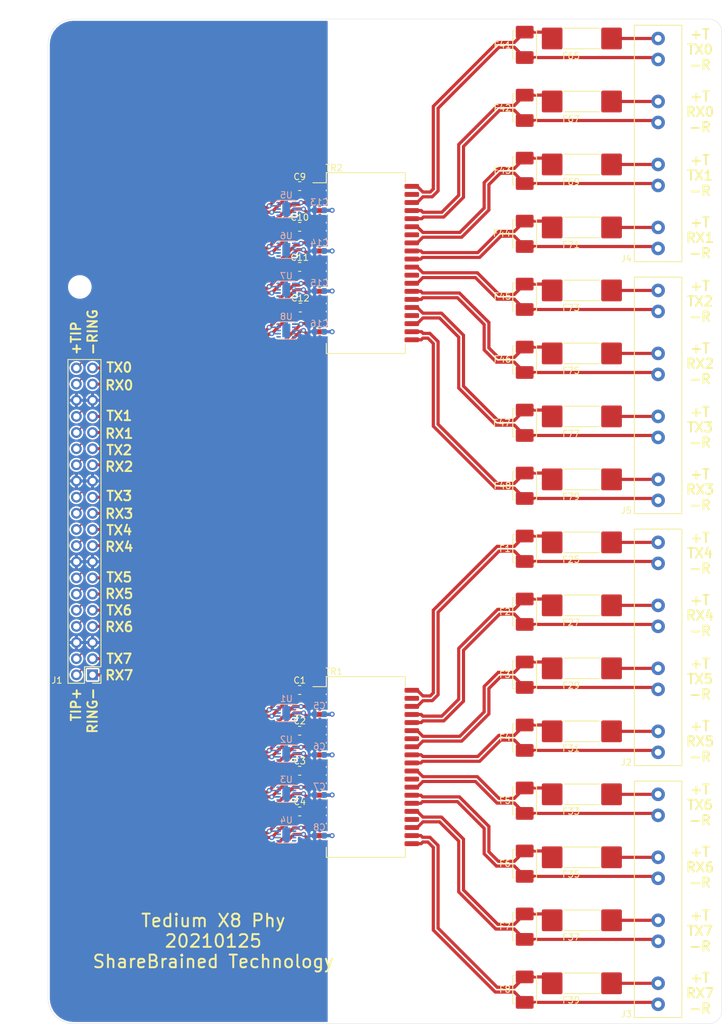
<source format=kicad_pcb>
(kicad_pcb (version 20210824) (generator pcbnew)
  (layers (0 "F.Cu" signal) (31 "B.Cu" signal) (34 "B.Paste" user) (35 "F.Paste" user) (36 "B.SilkS" user "B.Silkscreen") (37 "F.SilkS" user "F.Silkscreen") (38 "B.Mask" user) (39 "F.Mask" user) (44 "Edge.Cuts" user))
  (net 0 "")
  (net 1 "Net-(C1-Pad1)")
  (net 2 "Net-(C2-Pad1)")
  (net 3 "Net-(C3-Pad1)")
  (net 4 "Net-(C4-Pad1)")
  (net 5 "GND")
  (net 6 "Net-(C5-Pad1)")
  (net 7 "Net-(C6-Pad1)")
  (net 8 "Net-(C7-Pad1)")
  (net 9 "Net-(C8-Pad1)")
  (net 10 "Net-(C9-Pad1)")
  (net 11 "Net-(C10-Pad1)")
  (net 12 "Net-(C11-Pad1)")
  (net 13 "Net-(C12-Pad1)")
  (net 14 "Net-(C13-Pad1)")
  (net 15 "Net-(C14-Pad1)")
  (net 16 "Net-(C15-Pad1)")
  (net 17 "Net-(C16-Pad1)")
  (net 18 "/TX1-")
  (net 19 "/TX1+")
  (net 20 "/RX1-")
  (net 21 "/RX1+")
  (net 22 "/TX0-")
  (net 23 "/TX0+")
  (net 24 "/RX0-")
  (net 25 "/RX0+")
  (net 26 "/T3+")
  (net 27 "/T2+")
  (net 28 "/T1+")
  (net 29 "/T0+")
  (net 30 "/TX3-")
  (net 31 "/TX3+")
  (net 32 "/RX3-")
  (net 33 "/RX3+")
  (net 34 "/TX2-")
  (net 35 "/TX2+")
  (net 36 "/RX2-")
  (net 37 "/RX2+")
  (net 38 "/T0-")
  (net 39 "/R0+")
  (net 40 "/R0-")
  (net 41 "/T1-")
  (net 42 "/R1+")
  (net 43 "/R1-")
  (net 44 "/T2-")
  (net 45 "/R2+")
  (net 46 "/R2-")
  (net 47 "/T3-")
  (net 48 "/R3+")
  (net 49 "/R3-")
  (net 50 "/TX3_F+")
  (net 51 "/RX3_F+")
  (net 52 "/TX2_F+")
  (net 53 "/RX2_F+")
  (net 54 "/TX1_F+")
  (net 55 "/RX1_F+")
  (net 56 "/TX0_F+")
  (net 57 "/RX0_F+")
  (net 58 "/T4+")
  (net 59 "/T5+")
  (net 60 "/T6+")
  (net 61 "/T7+")
  (net 62 "/TX4-")
  (net 63 "/TX4+")
  (net 64 "/RX4-")
  (net 65 "/RX4+")
  (net 66 "/TX5-")
  (net 67 "/TX5+")
  (net 68 "/RX5-")
  (net 69 "/RX5+")
  (net 70 "/TX6-")
  (net 71 "/TX6+")
  (net 72 "/RX6-")
  (net 73 "/RX6+")
  (net 74 "/TX7-")
  (net 75 "/TX7+")
  (net 76 "/RX7-")
  (net 77 "/RX7+")
  (net 78 "/TX4_F+")
  (net 79 "/RX4_F+")
  (net 80 "/TX5_F+")
  (net 81 "/RX5_F+")
  (net 82 "/TX6_F+")
  (net 83 "/RX6_F+")
  (net 84 "/TX7_F+")
  (net 85 "/RX7_F+")
  (net 86 "/T4-")
  (net 87 "/R4+")
  (net 88 "/R4-")
  (net 89 "/T5-")
  (net 90 "/R5+")
  (net 91 "/R5-")
  (net 92 "/T6-")
  (net 93 "/R6+")
  (net 94 "/R6-")
  (net 95 "/T7-")
  (net 96 "/R7+")
  (net 97 "/R7-")
  (footprint "ipc_capc:IPC_CAPC200X125X135L45N" (layer "F.Cu") (at 89.6 132.924 180)
    (fp_text reference "C2")
    (fp_text value "680N")
  )
  (footprint "ipc_capc:IPC_CAPC200X125X135L45N" (layer "F.Cu") (at 89.6 145.624 180)
    (fp_text reference "C4")
    (fp_text value "680N")
  )
  (footprint "ipc_capc:IPC_CAPC200X125X135L45N" (layer "F.Cu") (at 89.6 47.276 180)
    (fp_text reference "C9")
    (fp_text value "680N")
  )
  (footprint "ipc_capc:IPC_CAPC200X125X135L45N" (layer "F.Cu") (at 89.6 59.976 180)
    (fp_text reference "C11")
    (fp_text value "680N")
  )
  (footprint "ipc_capc:IPC_CAPC200X125X135L45N" (layer "F.Cu") (at 89.7 66.376 180)
    (fp_text reference "C12")
    (fp_text value "680N")
  )
  (footprint "littelfuse:DO-214AA" (layer "F.Cu") (at 125 25.054 -90)
    (fp_text reference "F41")
    (fp_text value "Polyfuse_Small")
  )
  (footprint "littelfuse:DO-214AA" (layer "F.Cu") (at 125 34.96 -90)
    (fp_text reference "F42")
    (fp_text value "Polyfuse_Small")
  )
  (footprint "littelfuse:DO-214AA" (layer "F.Cu") (at 125 44.866 -90)
    (fp_text reference "F43")
    (fp_text value "Polyfuse_Small")
  )
  (footprint "littelfuse:DO-214AA" (layer "F.Cu") (at 125 54.772 -90)
    (fp_text reference "F44")
    (fp_text value "Polyfuse_Small")
  )
  (footprint "littelfuse:DO-214AA" (layer "F.Cu") (at 125 64.678 -90)
    (fp_text reference "F45")
    (fp_text value "Polyfuse_Small")
  )
  (footprint "littelfuse:DO-214AA" (layer "F.Cu") (at 125 74.584 -90)
    (fp_text reference "F46")
    (fp_text value "Polyfuse_Small")
  )
  (footprint "littelfuse:DO-214AA" (layer "F.Cu") (at 125 84.49 -90)
    (fp_text reference "F47")
    (fp_text value "Polyfuse_Small")
  )
  (footprint "littelfuse:DO-214AA" (layer "F.Cu") (at 125 94.396 -90)
    (fp_text reference "F48")
    (fp_text value "Polyfuse_Small")
  )
  (footprint "littelfuse:461" (layer "F.Cu") (at 134 43.866)
    (fp_text reference "F69")
    (fp_text value "Fuse_Small")
  )
  (footprint "littelfuse:461" (layer "F.Cu") (at 134 53.772)
    (fp_text reference "F71")
    (fp_text value "Fuse_Small")
  )
  (footprint "littelfuse:461" (layer "F.Cu") (at 134 63.678)
    (fp_text reference "F73")
    (fp_text value "Fuse_Small")
  )
  (footprint "littelfuse:461" (layer "F.Cu") (at 134 83.49)
    (fp_text reference "F77")
    (fp_text value "Fuse_Small")
  )
  (footprint "littelfuse:461" (layer "F.Cu") (at 134 93.396)
    (fp_text reference "F79")
    (fp_text value "Fuse_Small")
  )
  (footprint "pulse:TOU" (layer "F.Cu") (at 100 59.376)
    (fp_text reference "TR2")
    (fp_text value "T1108NL")
  )
  (footprint "littelfuse:461" (layer "F.Cu") (at 134 24.054)
    (fp_text reference "F65")
    (fp_text value "Fuse_Small")
  )
  (footprint "littelfuse:461" (layer "F.Cu") (at 134 73.584)
    (fp_text reference "F75")
    (fp_text value "Fuse_Small")
  )
  (footprint "ipc_capc:IPC_CAPC200X125X135L45N" (layer "F.Cu") (at 89.6 53.676 180)
    (fp_text reference "C10")
    (fp_text value "680N")
  )
  (footprint "littelfuse:461" (layer "F.Cu") (at 134 172.644)
    (fp_text reference "F39")
    (fp_text value "Fuse_Small")
  )
  (footprint "littelfuse:461" (layer "F.Cu") (at 134 162.738)
    (fp_text reference "F37")
    (fp_text value "Fuse_Small")
  )
  (footprint "littelfuse:461" (layer "F.Cu") (at 134 152.832)
    (fp_text reference "F35")
    (fp_text value "Fuse_Small")
  )
  (footprint "littelfuse:461" (layer "F.Cu") (at 134 142.926)
    (fp_text reference "F33")
    (fp_text value "Fuse_Small")
  )
  (footprint "littelfuse:461" (layer "F.Cu") (at 134 123.114)
    (fp_text reference "F29")
    (fp_text value "Fuse_Small")
  )
  (footprint "littelfuse:461" (layer "F.Cu") (at 134 113.208)
    (fp_text reference "F27")
    (fp_text value "Fuse_Small")
  )
  (footprint "littelfuse:461" (layer "F.Cu") (at 134 103.302)
    (fp_text reference "F25")
    (fp_text value "Fuse_Small")
  )
  (footprint "littelfuse:DO-214AA" (layer "F.Cu") (at 125 153.832 -90)
    (fp_text reference "F6")
    (fp_text value "Polyfuse_Small")
  )
  (footprint "littelfuse:DO-214AA" (layer "F.Cu") (at 125 143.926 -90)
    (fp_text reference "F5")
    (fp_text value "Polyfuse_Small")
  )
  (footprint "littelfuse:DO-214AA" (layer "F.Cu") (at 125 134.02 -90)
    (fp_text reference "F4")
    (fp_text value "Polyfuse_Small")
  )
  (footprint "littelfuse:DO-214AA" (layer "F.Cu") (at 125 173.644 -90)
    (fp_text reference "F8")
    (fp_text value "Polyfuse_Small")
  )
  (footprint "littelfuse:DO-214AA" (layer "F.Cu") (at 125 163.738 -90)
    (fp_text reference "F7")
    (fp_text value "Polyfuse_Small")
  )
  (footprint "littelfuse:DO-214AA" (layer "F.Cu") (at 125 124.114 -90)
    (fp_text reference "F3")
    (fp_text value "Polyfuse_Small")
  )
  (footprint "littelfuse:DO-214AA" (layer "F.Cu") (at 125 114.208 -90)
    (fp_text reference "F2")
    (fp_text value "Polyfuse_Small")
  )
  (footprint "littelfuse:DO-214AA" (layer "F.Cu") (at 125 104.302 -90)
    (fp_text reference "F1")
    (fp_text value "Polyfuse_Small")
  )
  (footprint "ipc_capc:IPC_CAPC200X125X135L45N" (layer "F.Cu") (at 89.6 126.524 180)
    (fp_text reference "C1")
    (fp_text value "680N")
  )
  (footprint "ipc_capc:IPC_CAPC200X125X135L45N" (layer "F.Cu") (at 89.6 139.224 180)
    (fp_text reference "C3")
    (fp_text value "680N")
  )
  (footprint "bel_fuse:SS-51000-003" (layer "F.Cu") (at 146 159.436 -90)
    (fp_text reference "J3")
    (fp_text value "Conn_01x08")
  )
  (footprint "bel_fuse:SS-51000-003" (layer "F.Cu") (at 146 80.188 -90)
    (fp_text reference "J5")
    (fp_text value "Conn_01x08")
  )
  (footprint "bel_fuse:SS-51000-003" (layer "F.Cu") (at 146 119.812 -90)
    (fp_text reference "J2")
    (fp_text value "Conn_01x08")
  )
  (footprint "Connector_PinHeader_2.54mm:PinHeader_2x20_P2.54mm_Vertical" (layer "F.Cu") (at 57 124.13 180)
    (fp_text reference "J1")
    (fp_text value "Conn_02x20_Odd_Even")
  )
  (footprint "MountingHole:MountingHole_3.2mm_M3" (layer "F.Cu") (at 100 100)
    (fp_text reference "H1" hide)
    (fp_text value "MountingHole")
  )
  (footprint "MountingHole:MountingHole_3.2mm_M3" (layer "F.Cu") (at 55 63.13)
    (fp_text reference "H2" hide)
    (fp_text value "MountingHole")
  )
  (footprint "MountingHole:MountingHole_3.2mm_M3" (layer "F.Cu") (at 110 174)
    (fp_text reference "H4" hide)
    (fp_text value "MountingHole")
  )
  (footprint "MountingHole:MountingHole_3.2mm_M3" (layer "F.Cu") (at 110 26)
    (fp_text reference "H3" hide)
    (fp_text value "MountingHole")
  )
  (footprint "pulse:TOU" (layer "F.Cu") (at 100 138.624)
    (fp_text reference "TR1")
    (fp_text value "T1108NL")
  )
  (footprint "littelfuse:461" (layer "F.Cu") (at 134 33.96)
    (fp_text reference "F67")
    (fp_text value "Fuse_Small")
  )
  (footprint "bel_fuse:SS-51000-003" (layer "F.Cu") (at 146 40.564 -90)
    (fp_text reference "J4")
    (fp_text value "Conn_01x08")
  )
  (footprint "littelfuse:461" (layer "F.Cu") (at 134 133.02)
    (fp_text reference "F31")
    (fp_text value "Fuse_Small")
  )
  (footprint "ipc_capc:IPC_CAPC160X80X90L35N" (layer "B.Cu") (at 92.7 136.724 180)
    (fp_text reference "C6")
    (fp_text value "100N")
  )
  (footprint "ipc_capc:IPC_CAPC160X80X90L35N" (layer "B.Cu") (at 92.7 143.024 180)
    (fp_text reference "C7")
    (fp_text value "100N")
  )
  (footprint "ipc_capc:IPC_CAPC160X80X90L35N" (layer "B.Cu") (at 92.7 51.076 180)
    (fp_text reference "C13")
    (fp_text value "100N")
  )
  (footprint "ipc_capc:IPC_CAPC160X80X90L35N" (layer "B.Cu") (at 92.7 57.476 180)
    (fp_text reference "C14")
    (fp_text value "100N")
  )
  (footprint "ipc_capc:IPC_CAPC160X80X90L35N" (layer "B.Cu") (at 92.7 63.776 180)
    (fp_text reference "C15")
    (fp_text value "100N")
  )
  (footprint "ipc_capc:IPC_CAPC160X80X90L35N" (layer "B.Cu") (at 92.7 70.176 180)
    (fp_text reference "C16")
    (fp_text value "100N")
  )
  (footprint "ipc_son:IPC_SON11P50_260X260X65L35X25T215X126N" (layer "B.Cu") (at 87.5 136.524 -90)
    (fp_text reference "U2")
    (fp_text value "RClamp3304NA")
  )
  (footprint "ipc_son:IPC_SON11P50_260X260X65L35X25T215X126N" (layer "B.Cu") (at 87.5 50.876 -90)
    (fp_text reference "U5")
    (fp_text value "RClamp3304NA")
  )
  (footprint "ipc_son:IPC_SON11P50_260X260X65L35X25T215X126N" (layer "B.Cu") (at 87.5 57.276 -90)
    (fp_text reference "U6")
    (fp_text value "RClamp3304NA")
  )
  (footprint "ipc_son:IPC_SON11P50_260X260X65L35X25T215X126N" (layer "B.Cu") (at 87.5 63.576 -90)
    (fp_text reference "U7")
    (fp_text value "RClamp3304NA")
  )
  (footprint "ipc_son:IPC_SON11P50_260X260X65L35X25T215X126N" (layer "B.Cu") (at 87.5 69.976 -90)
    (fp_text reference "U8")
    (fp_text value "RClamp3304NA")
  )
  (footprint "ipc_capc:IPC_CAPC160X80X90L35N" (layer "B.Cu") (at 92.7 149.424 180)
    (fp_text reference "C8")
    (fp_text value "100N")
  )
  (footprint "ipc_son:IPC_SON11P50_260X260X65L35X25T215X126N" (layer "B.Cu") (at 87.5 142.824 -90)
    (fp_text reference "U3")
    (fp_text value "RClamp3304NA")
  )
  (footprint "ipc_capc:IPC_CAPC160X80X90L35N" (layer "B.Cu") (at 92.7 130.324 180)
    (fp_text reference "C5")
    (fp_text value "100N")
  )
  (footprint "ipc_son:IPC_SON11P50_260X260X65L35X25T215X126N" (layer "B.Cu") (at 87.5 130.124 -90)
    (fp_text reference "U1")
    (fp_text value "RClamp3304NA")
  )
  (footprint "ipc_son:IPC_SON11P50_260X260X65L35X25T215X126N" (layer "B.Cu") (at 87.5 149.224 -90)
    (fp_text reference "U4")
    (fp_text value "RClamp3304NA")
  )
  (gr_arc (start 154 177) (end 154 179) (angle -90) (layer "Edge.Cuts") (width 0.05))
  (gr_line (start 54 21) (end 154 21) (layer "Edge.Cuts") (width 0.05))
  (gr_arc (start 154 23) (end 156 23) (angle -90) (layer "Edge.Cuts") (width 0.05))
  (gr_line (start 156 23) (end 156 177) (layer "Edge.Cuts") (width 0.05))
  (gr_arc (start 54 25) (end 54 21) (angle -90) (layer "Edge.Cuts") (width 0.05))
  (gr_line (start 154 179) (end 54 179) (layer "Edge.Cuts") (width 0.05))
  (gr_arc (start 54 175) (end 50 175) (angle -90) (layer "Edge.Cuts") (width 0.05))
  (gr_line (start 50 175) (end 50 25) (layer "Edge.Cuts") (width 0.05))
  (gr_text "TX7" (at 61.2 121.6) (layer "F.SilkS") (effects (font (size 1.5 1.5) (thickness 0.3))))
  (gr_text "RX6" (at 61.2 116.6) (layer "F.SilkS") (effects (font (size 1.5 1.5) (thickness 0.3))))
  (gr_text "TX6" (at 61.2 114) (layer "F.SilkS") (effects (font (size 1.5 1.5) (thickness 0.3))))
  (gr_text "RX5" (at 61.2 111.4) (layer "F.SilkS") (effects (font (size 1.5 1.5) (thickness 0.3))))
  (gr_text "TX5" (at 61.2 108.8) (layer "F.SilkS") (effects (font (size 1.5 1.5) (thickness 0.3))))
  (gr_text "RX4" (at 61.2 104) (layer "F.SilkS") (effects (font (size 1.5 1.5) (thickness 0.3))))
  (gr_text "RX3" (at 61.2 98.8) (layer "F.SilkS") (effects (font (size 1.5 1.5) (thickness 0.3))))
  (gr_text "TX3" (at 61.2 96) (layer "F.SilkS") (effects (font (size 1.5 1.5) (thickness 0.3))))
  (gr_text "TX4" (at 61.2 101.4) (layer "F.SilkS") (effects (font (size 1.5 1.5) (thickness 0.3))))
  (gr_text "TX1" (at 61.2 83.4) (layer "F.SilkS") (effects (font (size 1.5 1.5) (thickness 0.3))))
  (gr_text "RX2" (at 61.2 91.4) (layer "F.SilkS") (effects (font (size 1.5 1.5) (thickness 0.3))))
  (gr_text "TX2" (at 61.2 88.8) (layer "F.SilkS") (effects (font (size 1.5 1.5) (thickness 0.3))))
  (gr_text "RX1" (at 61.2 86.2) (layer "F.SilkS") (effects (font (size 1.5 1.5) (thickness 0.3))))
  (gr_text "TX0" (at 61.2 75.8) (layer "F.SilkS") (effects (font (size 1.5 1.5) (thickness 0.3))))
  (gr_text "RX0" (at 61.2 78.6) (layer "F.SilkS") (effects (font (size 1.5 1.5) (thickness 0.3))))
  (gr_text "+T\nRX0\n-R" (at 152.6 35.6) (layer "F.SilkS") (effects (font (size 1.5 1.5) (thickness 0.3))))
  (gr_text "+T\nRX1\n-R" (at 152.6 55.4) (layer "F.SilkS") (effects (font (size 1.5 1.5) (thickness 0.3))))
  (gr_text "+T\nTX1\n-R" (at 152.6 45.6) (layer "F.SilkS") (effects (font (size 1.5 1.5) (thickness 0.3))))
  (gr_text "+T\nRX3\n-R" (at 152.6 95) (layer "F.SilkS") (effects (font (size 1.5 1.5) (thickness 0.3))))
  (gr_text "+T\nRX2\n-R" (at 152.6 75.2) (layer "F.SilkS") (effects (font (size 1.5 1.5) (thickness 0.3))))
  (gr_text "+T\nTX2\n-R" (at 152.6 65.4) (layer "F.SilkS") (effects (font (size 1.5 1.5) (thickness 0.3))))
  (gr_text "+T\nTX3\n-R" (at 152.6 85.2) (layer "F.SilkS") (effects (font (size 1.5 1.5) (thickness 0.3))))
  (gr_text "+T\nTX4\n-R" (at 152.6 105) (layer "F.SilkS") (effects (font (size 1.5 1.5) (thickness 0.3))))
  (gr_text "+T\nRX4\n-R" (at 152.6 114.8) (layer "F.SilkS") (effects (font (size 1.5 1.5) (thickness 0.3))))
  (gr_text "+T\nTX5\n-R" (at 152.6 124.8) (layer "F.SilkS") (effects (font (size 1.5 1.5) (thickness 0.3))))
  (gr_text "+T\nRX5\n-R" (at 152.6 134.6) (layer "F.SilkS") (effects (font (size 1.5 1.5) (thickness 0.3))))
  (gr_text "+T\nTX7\n-R" (at 152.6 164.4) (layer "F.SilkS") (effects (font (size 1.5 1.5) (thickness 0.3))))
  (gr_text "+T\nTX6\n-R" (at 152.6 144.6) (layer "F.SilkS") (effects (font (size 1.5 1.5) (thickness 0.3))))
  (gr_text "+T\nRX6\n-R" (at 152.6 154.4) (layer "F.SilkS") (effects (font (size 1.5 1.5) (thickness 0.3))))
  (gr_text "+T\nRX7\n-R" (at 152.6 174.2) (layer "F.SilkS") (effects (font (size 1.5 1.5) (thickness 0.3))))
  (gr_text "RING-" (at 57 126 90) (layer "F.SilkS") (effects (font (size 1.5 1.5) (thickness 0.3)) (justify right)))
  (gr_text "TIP+" (at 54.4 126 90) (layer "F.SilkS") (effects (font (size 1.5 1.5) (thickness 0.3)) (justify right)))
  (gr_text "Tedium X8 Phy\n20210125\nShareBrained Technology" (at 76 166) (layer "F.SilkS") (effects (font (size 2 2) (thickness 0.3))))
  (gr_text "-RING" (at 57 74 90) (layer "F.SilkS") (effects (font (size 1.5 1.5) (thickness 0.3)) (justify left)))
  (gr_text "+T\nTX0\n-R" (at 152.6 25.8) (layer "F.SilkS") (effects (font (size 1.5 1.5) (thickness 0.3))))
  (gr_text "RX7" (at 61.2 124.2) (layer "F.SilkS") (effects (font (size 1.5 1.5) (thickness 0.3))))
  (gr_text "+TIP" (at 54.4 74 90) (layer "F.SilkS") (effects (font (size 1.5 1.5) (thickness 0.3)) (justify left)))
  (segment (start 92.76 126.559) (end 90.5 126.559) (width 0.5) (layer "F.Cu") (net 1))
  (segment (start 90.5 126.559) (end 90.465 126.524) (width 0.5) (layer "F.Cu") (net 1))
  (segment (start 90.48 132.909) (end 90.465 132.924) (width 0.5) (layer "F.Cu") (net 2))
  (segment (start 92.76 132.909) (end 90.48 132.909) (width 0.5) (layer "F.Cu") (net 2))
  (segment (start 92.76 139.259) (end 90.5 139.259) (width 0.5) (layer "F.Cu") (net 3))
  (segment (start 90.5 139.259) (end 90.465 139.224) (width 0.5) (layer "F.Cu") (net 3))
  (segment (start 92.76 145.609) (end 90.48 145.609) (width 0.5) (layer "F.Cu") (net 4))
  (segment (start 90.48 145.609) (end 90.465 145.624) (width 0.5) (layer "F.Cu") (net 4))
  (segment (start 94.655 130.369) (end 94.7 130.324) (width 0.5) (layer "F.Cu") (net 6))
  (segment (start 92.76 130.369) (end 94.655 130.369) (width 0.5) (layer "F.Cu") (net 6))
  (via (at 94.7 130.324) (size 0.8) (drill 0.4) (layers "F.Cu" "B.Cu") (net 6))
  (segment (start 94.7 130.324) (end 93.445 130.324) (width 0.5) (layer "B.Cu") (net 6))
  (segment (start 92.76 136.719) (end 94.695 136.719) (width 0.5) (layer "F.Cu") (net 7))
  (segment (start 94.695 136.719) (end 94.7 136.724) (width 0.5) (layer "F.Cu") (net 7))
  (via (at 94.7 136.724) (size 0.8) (drill 0.4) (layers "F.Cu" "B.Cu") (net 7))
  (segment (start 94.7 136.724) (end 93.445 136.724) (width 0.5) (layer "B.Cu") (net 7))
  (segment (start 94.655 143.069) (end 94.7 143.024) (width 0.5) (layer "F.Cu") (net 8))
  (segment (start 92.76 143.069) (end 94.655 143.069) (width 0.5) (layer "F.Cu") (net 8))
  (via (at 94.7 143.024) (size 0.8) (drill 0.4) (layers "F.Cu" "B.Cu") (net 8))
  (segment (start 94.7 143.024) (end 93.445 143.024) (width 0.5) (layer "B.Cu") (net 8))
  (segment (start 94.695 149.419) (end 94.7 149.424) (width 0.5) (layer "F.Cu") (net 9))
  (segment (start 92.76 149.419) (end 94.695 149.419) (width 0.5) (layer "F.Cu") (net 9))
  (via (at 94.7 149.424) (size 0.8) (drill 0.4) (layers "F.Cu" "B.Cu") (net 9))
  (segment (start 93.445 149.424) (end 94.7 149.424) (width 0.5) (layer "B.Cu") (net 9))
  (segment (start 90.5 47.311) (end 90.465 47.276) (width 0.5) (layer "F.Cu") (net 10))
  (segment (start 92.76 47.311) (end 90.5 47.311) (width 0.5) (layer "F.Cu") (net 10))
  (segment (start 92.76 53.661) (end 90.48 53.661) (width 0.5) (layer "F.Cu") (net 11))
  (segment (start 90.48 53.661) (end 90.465 53.676) (width 0.5) (layer "F.Cu") (net 11))
  (segment (start 92.76 60.011) (end 90.5 60.011) (width 0.5) (layer "F.Cu") (net 12))
  (segment (start 90.5 60.011) (end 90.465 59.976) (width 0.5) (layer "F.Cu") (net 12))
  (segment (start 90.58 66.361) (end 90.565 66.376) (width 0.5) (layer "F.Cu") (net 13))
  (segment (start 92.76 66.361) (end 90.58 66.361) (width 0.5) (layer "F.Cu") (net 13))
  (segment (start 92.805 51.076) (end 92.76 51.121) (width 0.5) (layer "F.Cu") (net 14))
  (segment (start 94.7 51.076) (end 92.805 51.076) (width 0.5) (layer "F.Cu") (net 14))
  (via (at 94.7 51.076) (size 0.8) (drill 0.4) (layers "F.Cu" "B.Cu") (net 14))
  (segment (start 93.445 51.076) (end 94.7 51.076) (width 0.5) (layer "B.Cu") (net 14))
  (segment (start 94.7 57.476) (end 92.765 57.476) (width 0.5) (layer "F.Cu") (net 15))
  (segment (start 92.765 57.476) (end 92.76 57.471) (width 0.5) (layer "F.Cu") (net 15))
  (via (at 94.7 57.476) (size 0.8) (drill 0.4) (layers "F.Cu" "B.Cu") (net 15))
  (segment (start 93.445 57.476) (end 94.7 57.476) (width 0.5) (layer "B.Cu") (net 15))
  (segment (start 92.805 63.776) (end 92.76 63.821) (width 0.5) (layer "F.Cu") (net 16))
  (segment (start 94.7 63.776) (end 92.805 63.776) (width 0.5) (layer "F.Cu") (net 16))
  (via (at 94.7 63.776) (size 0.8) (drill 0.4) (layers "F.Cu" "B.Cu") (net 16))
  (segment (start 93.445 63.776) (end 94.7 63.776) (width 0.5) (layer "B.Cu") (net 16))
  (segment (start 92.765 70.176) (end 92.76 70.171) (width 0.5) (layer "F.Cu") (net 17))
  (segment (start 94.7 70.176) (end 92.765 70.176) (width 0.5) (layer "F.Cu") (net 17))
  (via (at 94.7 70.176) (size 0.8) (drill 0.4) (layers "F.Cu" "B.Cu") (net 17))
  (segment (start 93.445 70.176) (end 94.7 70.176) (width 0.5) (layer "B.Cu") (net 17))
  (segment (start 125 46.866) (end 145.698 46.866) (width 0.5) (layer "F.Cu") (net 18))
  (segment (start 108.094358 56.201) (end 108.989358 55.306) (width 0.5) (layer "F.Cu") (net 18))
  (segment (start 119.375 51.031332) (end 119.375 47.031332) (width 0.5) (layer "F.Cu") (net 18))
  (segment (start 123.375 45.241) (end 125 46.866) (width 0.5) (layer "F.Cu") (net 18))
  (segment (start 121.165332 45.241) (end 123.375 45.241) (width 0.5) (layer "F.Cu") (net 18))
  (segment (start 145.698 46.866) (end 146 47.168) (width 0.5) (layer "F.Cu") (net 18))
  (segment (start 115.100332 55.306) (end 119.375 51.031332) (width 0.5) (layer "F.Cu") (net 18))
  (segment (start 108.989358 55.306) (end 115.100332 55.306) (width 0.5) (layer "F.Cu") (net 18))
  (segment (start 107.24 56.201) (end 108.094358 56.201) (width 0.5) (layer "F.Cu") (net 18))
  (segment (start 119.375 47.031332) (end 121.165332 45.241) (width 0.5) (layer "F.Cu") (net 18))
  (segment (start 118.625 46.720668) (end 120.854668 44.491) (width 0.5) (layer "F.Cu") (net 19))
  (segment (start 114.789668 54.556) (end 118.625 50.720668) (width 0.5) (layer "F.Cu") (net 19))
  (segment (start 125 42.866) (end 128.325 42.866) (width 0.5) (layer "F.Cu") (net 19))
  (segment (start 123.375 44.491) (end 125 42.866) (width 0.5) (layer "F.Cu") (net 19))
  (segment (start 108.989358 54.556) (end 114.789668 54.556) (width 0.5) (layer "F.Cu") (net 19))
  (segment (start 108.094358 53.661) (end 108.989358 54.556) (width 0.5) (layer "F.Cu") (net 19))
  (segment (start 107.24 53.661) (end 108.094358 53.661) (width 0.5) (layer "F.Cu") (net 19))
  (segment (start 118.625 50.720668) (end 118.625 46.720668) (width 0.5) (layer "F.Cu") (net 19))
  (segment (start 120.854668 44.491) (end 123.375 44.491) (width 0.5) (layer "F.Cu") (net 19))
  (segment (start 128.325 42.866) (end 129.325 43.866) (width 0.5) (layer "F.Cu") (net 19))
  (segment (start 125 56.772) (end 123.375 55.147) (width 0.5) (layer "F.Cu") (net 20))
  (segment (start 107.24 58.741) (end 108.659 58.741) (width 0.5) (layer "F.Cu") (net 20))
  (segment (start 123.375 55.147) (end 121.259332 55.147) (width 0.5) (layer "F.Cu") (net 20))
  (segment (start 121.259332 55.147) (end 117.925332 58.481) (width 0.5) (layer "F.Cu") (net 20))
  (segment (start 108.659 58.741) (end 108.919 58.481) (width 0.5) (layer "F.Cu") (net 20))
  (segment (start 145.698 56.772) (end 146 57.074) (width 0.5) (layer "F.Cu") (net 20))
  (segment (start 125 56.772) (end 145.698 56.772) (width 0.5) (layer "F.Cu") (net 20))
  (segment (start 117.925332 58.481) (end 108.919 58.481) (width 0.5) (layer "F.Cu") (net 20))
  (segment (start 128.325 52.772) (end 129.325 53.772) (width 0.5) (layer "F.Cu") (net 21))
  (segment (start 120.948668 54.397) (end 117.614668 57.731) (width 0.5) (layer "F.Cu") (net 21))
  (segment (start 117.614668 57.731) (end 108.931 57.731) (width 0.5) (layer "F.Cu") (net 21))
  (segment (start 108.671 57.471) (end 108.931 57.731) (width 0.5) (layer "F.Cu") (net 21))
  (segment (start 125 52.772) (end 128.325 52.772) (width 0.5) (layer "F.Cu") (net 21))
  (segment (start 123.375 54.397) (end 120.948668 54.397) (width 0.5) (layer "F.Cu") (net 21))
  (segment (start 125 52.772) (end 123.375 54.397) (width 0.5) (layer "F.Cu") (net 21))
  (segment (start 107.24 57.471) (end 108.671 57.471) (width 0.5) (layer "F.Cu") (net 21))
  (segment (start 110.450332 48.956) (end 111.375 48.031332) (width 0.5) (layer "F.Cu") (net 22))
  (segment (start 120.977332 25.429) (end 123.375 25.429) (width 0.5) (layer "F.Cu") (net 22))
  (segment (start 108.989358 48.956) (end 110.450332 48.956) (width 0.5) (layer "F.Cu") (net 22))
  (segment (start 145.698 27.054) (end 146 27.356) (width 0.5) (layer "F.Cu") (net 22))
  (segment (start 111.375 35.031332) (end 120.977332 25.429) (width 0.5) (layer "F.Cu") (net 22))
  (segment (start 108.094358 49.851) (end 108.989358 48.956) (width 0.5) (layer "F.Cu") (net 22))
  (segment (start 111.375 48.031332) (end 111.375 35.031332) (width 0.5) (layer "F.Cu") (net 22))
  (segment (start 107.24 49.851) (end 108.094358 49.851) (width 0.5) (layer "F.Cu") (net 22))
  (segment (start 125 27.054) (end 145.698 27.054) (width 0.5) (layer "F.Cu") (net 22))
  (segment (start 123.375 25.429) (end 125 27.054) (width 0.5) (layer "F.Cu") (net 22))
  (segment (start 110.625 34.720668) (end 120.666668 24.679) (width 0.5) (layer "F.Cu") (net 23))
  (segment (start 110.139668 48.206) (end 110.625 47.720668) (width 0.5) (layer "F.Cu") (net 23))
  (segment (start 125 23.054) (end 128.325 23.054) (width 0.5) (layer "F.Cu") (net 23))
  (segment (start 108.989358 48.206) (end 110.139668 48.206) (width 0.5) (layer "F.Cu") (net 23))
  (segment (start 107.24 47.311) (end 108.094358 47.311) (width 0.5) (layer "F.Cu") (net 23))
  (segment (start 128.325 23.054) (end 129.325 24.054) (width 0.5) (layer "F.Cu") (net 23))
  (segment (start 120.666668 24.679) (end 123.375 24.679) (width 0.5) (layer "F.Cu") (net 23))
  (segment (start 110.625 47.720668) (end 110.625 34.720668) (width 0.5) (layer "F.Cu") (net 23))
  (segment (start 123.375 24.679) (end 125 23.054) (width 0.5) (layer "F.Cu") (net 23))
  (segment (start 108.094358 47.311) (end 108.989358 48.206) (width 0.5) (layer "F.Cu") (net 23))
  (segment (start 145.698 36.96) (end 146 37.262) (width 0.5) (layer "F.Cu") (net 24))
  (segment (start 109.069 52.131) (end 108.809 52.391) (width 0.5) (layer "F.Cu") (net 24))
  (segment (start 125 36.96) (end 123.375 35.335) (width 0.5) (layer "F.Cu") (net 24))
  (segment (start 115.375 49.031332) (end 112.275332 52.131) (width 0.5) (layer "F.Cu") (net 24))
  (segment (start 112.275332 52.131) (end 109.069 52.131) (width 0.5) (layer "F.Cu") (net 24))
  (segment (start 121.071332 35.335) (end 115.375 41.031332) (width 0.5) (layer "F.Cu") (net 24))
  (segment (start 123.375 35.335) (end 121.071332 35.335) (width 0.5) (layer "F.Cu") (net 24))
  (segment (start 115.375 41.031332) (end 115.375 49.031332) (width 0.5) (layer "F.Cu") (net 24))
  (segment (start 108.809 52.391) (end 107.24 52.391) (width 0.5) (layer "F.Cu") (net 24))
  (segment (start 125 36.96) (end 145.698 36.96) (width 0.5) (layer "F.Cu") (net 24))
  (segment (start 120.760668 34.585) (end 123.375 34.585) (width 0.5) (layer "F.Cu") (net 25))
  (segment (start 114.625 48.720668) (end 114.625 40.720668) (width 0.5) (layer "F.Cu") (net 25))
  (segment (start 111.964668 51.381) (end 114.625 48.720668) (width 0.5) (layer "F.Cu") (net 25))
  (segment (start 114.625 40.720668) (end 120.760668 34.585) (width 0.5) (layer "F.Cu") (net 25))
  (segment (start 123.375 34.585) (end 125 32.96) (width 0.5) (layer "F.Cu") (net 25))
  (segment (start 108.981 51.381) (end 111.964668 51.381) (width 0.5) (layer "F.Cu") (net 25))
  (segment (start 108.721 51.121) (end 108.981 51.381) (width 0.5) (layer "F.Cu") (net 25))
  (segment (start 128.325 32.96) (end 129.325 33.96) (width 0.5) (layer "F.Cu") (net 25))
  (segment (start 125 32.96) (end 128.325 32.96) (width 0.5) (layer "F.Cu") (net 25))
  (segment (start 107.24 51.121) (end 108.721 51.121) (width 0.5) (layer "F.Cu") (net 25))
  (segment (start 88.835 66.376) (end 87.9 66.376) (width 0.5) (layer "F.Cu") (net 26))
  (segment (start 84.8 69.476) (end 79.625 74.651) (width 0.5) (layer "F.Cu") (net 26))
  (segment (start 57.8 94.9) (end 58.34 95.44) (width 0.25) (layer "F.Cu") (net 26))
  (segment (start 79.625 74.651) (end 79.625 84.844668) (width 0.5) (layer "F.Cu") (net 26))
  (segment (start 79.625 84.844668) (end 69.029668 95.44) (width 0.5) (layer "F.Cu") (net 26))
  (segment (start 69.029668 95.44) (end 58.34 95.44) (width 0.5) (layer "F.Cu") (net 26))
  (segment (start 87.9 66.376) (end 84.8 69.476) (width 0.5) (layer "F.Cu") (net 26))
  (segment (start 55.75 94.9) (end 57.8 94.9) (width 0.25) (layer "F.Cu") (net 26))
  (segment (start 54.46 96.19) (end 55.75 94.9) (width 0.25) (layer "F.Cu") (net 26))
  (via (at 84.8 69.476) (size 0.8) (drill 0.4) (layers "F.Cu" "B.Cu") (net 26))
  (segment (start 86.28 69.476) (end 84.8 69.476) (width 0.25) (layer "B.Cu") (net 26))
  (segment (start 66.649668 87.82) (end 73.625 80.844668) (width 0.5) (layer "F.Cu") (net 27))
  (segment (start 73.625 70.844668) (end 81.143668 63.326) (width 0.5) (layer "F.Cu") (net 27))
  (segment (start 55.73 87.3) (end 57.8 87.3) (width 0.25) (layer "F.Cu") (net 27))
  (segment (start 87.9 59.976) (end 84.8 63.076) (width 0.5) (layer "F.Cu") (net 27))
  (segment (start 57.8 87.3) (end 58.32 87.82) (width 0.25) (layer "F.Cu") (net 27))
  (segment (start 88.735 59.976) (end 87.9 59.976) (width 0.5) (layer "F.Cu") (net 27))
  (segment (start 58.32 87.82) (end 66.649668 87.82) (width 0.5) (layer "F.Cu") (net 27))
  (segment (start 73.625 80.844668) (end 73.625 70.844668) (width 0.5) (layer "F.Cu") (net 27))
  (segment (start 54.46 88.57) (end 55.73 87.3) (width 0.25) (layer "F.Cu") (net 27))
  (segment (start 84.55 63.326) (end 84.8 63.076) (width 0.5) (layer "F.Cu") (net 27))
  (segment (start 81.143668 63.326) (end 84.55 63.326) (width 0.5) (layer "F.Cu") (net 27))
  (via (at 84.8 63.076) (size 0.8) (drill 0.4) (layers "F.Cu" "B.Cu") (net 27))
  (segment (start 86.28 63.076) (end 84.8 63.076) (width 0.25) (layer "B.Cu") (net 27))
  (segment (start 61.729668 82.74) (end 67.625 76.844668) (width 0.5) (layer "F.Cu") (net 28))
  (segment (start 77.443668 57.026) (end 84.55 57.026) (width 0.5) (layer "F.Cu") (net 28))
  (segment (start 54.46 83.49) (end 55.75 82.2) (width 0.25) (layer "F.Cu") (net 28))
  (segment (start 84.55 57.026) (end 84.8 56.776) (width 0.5) (layer "F.Cu") (net 28))
  (segment (start 87.9 53.676) (end 84.8 56.776) (width 0.5) (layer "F.Cu") (net 28))
  (segment (start 67.625 76.844668) (end 67.625 66.844668) (width 0.5) (layer "F.Cu") (net 28))
  (segment (start 57.8 82.2) (end 58.34 82.74) (width 0.25) (layer "F.Cu") (net 28))
  (segment (start 55.75 82.2) (end 57.8 82.2) (width 0.25) (layer "F.Cu") (net 28))
  (segment (start 88.735 53.676) (end 87.9 53.676) (width 0.5) (layer "F.Cu") (net 28))
  (segment (start 58.34 82.74) (end 61.729668 82.74) (width 0.5) (layer "F.Cu") (net 28))
  (segment (start 67.625 66.844668) (end 77.443668 57.026) (width 0.5) (layer "F.Cu") (net 28))
  (via (at 84.8 56.776) (size 0.8) (drill 0.4) (layers "F.Cu" "B.Cu") (net 28))
  (segment (start 86.28 56.776) (end 84.8 56.776) (width 0.25) (layer "B.Cu") (net 28))
  (segment (start 55.73 74.6) (end 57.8 74.6) (width 0.25) (layer "F.Cu") (net 29))
  (segment (start 59.349668 75.12) (end 61.625 72.844668) (width 0.5) (layer "F.Cu") (net 29))
  (segment (start 61.625 62.844668) (end 73.843668 50.626) (width 0.5) (layer "F.Cu") (net 29))
  (segment (start 87.9 47.276) (end 84.8 50.376) (width 0.5) (layer "F.Cu") (net 29))
  (segment (start 84.55 50.626) (end 84.8 50.376) (width 0.5) (layer "F.Cu") (net 29))
  (segment (start 58.32 75.12) (end 59.349668 75.12) (width 0.5) (layer "F.Cu") (net 29))
  (segment (start 61.625 72.844668) (end 61.625 62.844668) (width 0.5) (layer "F.Cu") (net 29))
  (segment (start 73.843668 50.626) (end 84.55 50.626) (width 0.5) (layer "F.Cu") (net 29))
  (segment (start 57.8 74.6) (end 58.32 75.12) (width 0.25) (layer "F.Cu") (net 29))
  (segment (start 88.735 47.276) (end 87.9 47.276) (width 0.5) (layer "F.Cu") (net 29))
  (segment (start 54.46 75.87) (end 55.73 74.6) (width 0.25) (layer "F.Cu") (net 29))
  (via (at 84.8 50.376) (size 0.8) (drill 0.4) (layers "F.Cu" "B.Cu") (net 29))
  (segment (start 86.28 50.376) (end 84.8 50.376) (width 0.25) (layer "B.Cu") (net 29))
  (segment (start 125 86.49) (end 145.698 86.49) (width 0.5) (layer "F.Cu") (net 30))
  (segment (start 108.094358 68.901) (end 108.989358 68.006) (width 0.5) (layer "F.Cu") (net 30))
  (segment (start 111.599668 68.006) (end 114.625 71.031332) (width 0.5) (layer "F.Cu") (net 30))
  (segment (start 145.698 86.49) (end 146 86.792) (width 0.5) (layer "F.Cu") (net 30))
  (segment (start 107.24 68.901) (end 108.094358 68.901) (width 0.5) (layer "F.Cu") (net 30))
  (segment (start 114.625 71.031332) (end 114.625 79.031332) (width 0.5) (layer "F.Cu") (net 30))
  (segment (start 120.458668 84.865) (end 123.375 84.865) (width 0.5) (layer "F.Cu") (net 30))
  (segment (start 108.989358 68.006) (end 111.599668 68.006) (width 0.5) (layer "F.Cu") (net 30))
  (segment (start 123.375 84.865) (end 125 86.49) (width 0.5) (layer "F.Cu") (net 30))
  (segment (start 114.625 79.031332) (end 120.458668 84.865) (width 0.5) (layer "F.Cu") (net 30))
  (segment (start 111.910332 67.256) (end 115.375 70.720668) (width 0.5) (layer "F.Cu") (net 31))
  (segment (start 108.094358 66.361) (end 108.989358 67.256) (width 0.5) (layer "F.Cu") (net 31))
  (segment (start 125 82.49) (end 128.325 82.49) (width 0.5) (layer "F.Cu") (net 31))
  (segment (start 120.769332 84.115) (end 123.375 84.115) (width 0.5) (layer "F.Cu") (net 31))
  (segment (start 107.24 66.361) (end 108.094358 66.361) (width 0.5) (layer "F.Cu") (net 31))
  (segment (start 128.325 82.49) (end 129.325 83.49) (width 0.5) (layer "F.Cu") (net 31))
  (segment (start 123.375 84.115) (end 125 82.49) (width 0.5) (layer "F.Cu") (net 31))
  (segment (start 115.375 78.720668) (end 120.769332 84.115) (width 0.5) (layer "F.Cu") (net 31))
  (segment (start 115.375 70.720668) (end 115.375 78.720668) (width 0.5) (layer "F.Cu") (net 31))
  (segment (start 108.989358 67.256) (end 111.910332 67.256) (width 0.5) (layer "F.Cu") (net 31))
  (segment (start 145.698 96.396) (end 146 96.698) (width 0.5) (layer "F.Cu") (net 32))
  (segment (start 110.625 72.031332) (end 109.774668 71.181) (width 0.5) (layer "F.Cu") (net 32))
  (segment (start 107.24 71.441) (end 108.721 71.441) (width 0.5) (layer "F.Cu") (net 32))
  (segment (start 125 96.396) (end 145.698 96.396) (width 0.5) (layer "F.Cu") (net 32))
  (segment (start 123.375 94.771) (end 120.364668 94.771) (width 0.5) (layer "F.Cu") (net 32))
  (segment (start 120.364668 94.771) (end 110.625 85.031332) (width 0.5) (layer "F.Cu") (net 32))
  (segment (start 110.625 85.031332) (end 110.625 72.031332) (width 0.5) (layer "F.Cu") (net 32))
  (segment (start 108.721 71.441) (end 108.981 71.181) (width 0.5) (layer "F.Cu") (net 32))
  (segment (start 125 96.396) (end 123.375 94.771) (width 0.5) (layer "F.Cu") (net 32))
  (segment (start 109.774668 71.181) (end 108.981 71.181) (width 0.5) (layer "F.Cu") (net 32))
  (segment (start 125 92.396) (end 123.375 94.021) (width 0.5) (layer "F.Cu") (net 33))
  (segment (start 107.24 70.171) (end 108.771 70.171) (width 0.5) (layer "F.Cu") (net 33))
  (segment (start 111.375 71.720668) (end 110.085332 70.431) (width 0.5) (layer "F.Cu") (net 33))
  (segment (start 110.085332 70.431) (end 109.031 70.431) (width 0.5) (layer "F.Cu") (net 33))
  (segment (start 108.771 70.171) (end 109.031 70.431) (width 0.5) (layer "F.Cu") (net 33))
  (segment (start 120.675332 94.021) (end 111.375 84.720668) (width 0.5) (layer "F.Cu") (net 33))
  (segment (start 125 92.396) (end 128.325 92.396) (width 0.5) (layer "F.Cu") (net 33))
  (segment (start 111.375 84.720668) (end 111.375 71.720668) (width 0.5) (layer "F.Cu") (net 33))
  (segment (start 128.325 92.396) (end 129.325 93.396) (width 0.5) (layer "F.Cu") (net 33))
  (segment (start 123.375 94.021) (end 120.675332 94.021) (width 0.5) (layer "F.Cu") (net 33))
  (segment (start 107.24 62.551) (end 108.094358 62.551) (width 0.5) (layer "F.Cu") (net 34))
  (segment (start 123.375 65.053) (end 125 66.678) (width 0.5) (layer "F.Cu") (net 34))
  (segment (start 125 66.678) (end 145.698 66.678) (width 0.5) (layer "F.Cu") (net 34))
  (segment (start 108.094358 62.551) (end 108.989358 61.656) (width 0.5) (layer "F.Cu") (net 34))
  (segment (start 145.698 66.678) (end 146 66.98) (width 0.5) (layer "F.Cu") (net 34))
  (segment (start 117.249668 61.656) (end 120.646668 65.053) (width 0.5) (layer "F.Cu") (net 34))
  (segment (start 120.646668 65.053) (end 123.375 65.053) (width 0.5) (layer "F.Cu") (net 34))
  (segment (start 108.989358 61.656) (end 117.249668 61.656) (width 0.5) (layer "F.Cu") (net 34))
  (segment (start 107.24 60.011) (end 108.094358 60.011) (width 0.5) (layer "F.Cu") (net 35))
  (segment (start 117.560332 60.906) (end 120.957332 64.303) (width 0.5) (layer "F.Cu") (net 35))
  (segment (start 125 62.678) (end 128.325 62.678) (width 0.5) (layer "F.Cu") (net 35))
  (segment (start 123.375 64.303) (end 125 62.678) (width 0.5) (layer "F.Cu") (net 35))
  (segment (start 128.325 62.678) (end 129.325 63.678) (width 0.5) (layer "F.Cu") (net 35))
  (segment (start 120.957332 64.303) (end 123.375 64.303) (width 0.5) (layer "F.Cu") (net 35))
  (segment (start 108.989358 60.906) (end 117.560332 60.906) (width 0.5) (layer "F.Cu") (net 35))
  (segment (start 108.094358 60.011) (end 108.989358 60.906) (width 0.5) (layer "F.Cu") (net 35))
  (segment (start 120.552668 74.959) (end 118.625 73.031332) (width 0.5) (layer "F.Cu") (net 36))
  (segment (start 125 76.584) (end 123.375 74.959) (width 0.5) (layer "F.Cu") (net 36))
  (segment (start 118.625 69.031332) (end 114.424668 64.831) (width 0.5) (layer "F.Cu") (net 36))
  (segment (start 145.698 76.584) (end 146 76.886) (width 0.5) (layer "F.Cu") (net 36))
  (segment (start 125 76.584) (end 145.698 76.584) (width 0.5) (layer "F.Cu") (net 36))
  (segment (start 107.24 65.091) (end 108.709 65.091) (width 0.5) (layer "F.Cu") (net 36))
  (segment (start 118.625 73.031332) (end 118.625 69.031332) (width 0.5) (layer "F.Cu") (net 36))
  (segment (start 108.709 65.091) (end 108.969 64.831) (width 0.5) (layer "F.Cu") (net 36))
  (segment (start 114.424668 64.831) (end 108.969 64.831) (width 0.5) (layer "F.Cu") (net 36))
  (segment (start 123.375 74.959) (end 120.552668 74.959) (width 0.5) (layer "F.Cu") (net 36))
  (segment (start 114.735332 64.081) (end 108.919 64.081) (width 0.5) (layer "F.Cu") (net 37))
  (segment (start 119.375 72.720668) (end 119.375 68.720668) (width 0.5) (layer "F.Cu") (net 37))
  (segment (start 108.659 63.821) (end 108.919 64.081) (width 0.5) (layer "F.Cu") (net 37))
  (segment (start 125 72.584) (end 128.325 72.584) (width 0.5) (layer "F.Cu") (net 37))
  (segment (start 128.325 72.584) (end 129.325 73.584) (width 0.5) (layer "F.Cu") (net 37))
  (segment (start 107.24 63.821) (end 108.659 63.821) (width 0.5) (layer "F.Cu") (net 37))
  (segment (start 125 72.584) (end 123.375 74.209) (width 0.5) (layer "F.Cu") (net 37))
  (segment (start 120.863332 74.209) (end 119.375 72.720668) (width 0.5) (layer "F.Cu") (net 37))
  (segment (start 123.375 74.209) (end 120.863332 74.209) (width 0.5) (layer "F.Cu") (net 37))
  (segment (start 119.375 68.720668) (end 114.735332 64.081) (width 0.5) (layer "F.Cu") (net 37))
  (segment (start 62.375 63.155332) (end 74.154332 51.376) (width 0.5) (layer "F.Cu") (net 38))
  (segment (start 92.76 48.581) (end 87.995 48.581) (width 0.5) (layer "F.Cu") (net 38))
  (segment (start 87.995 48.581) (end 85.2 51.376) (width 0.5) (layer "F.Cu") (net 38))
  (segment (start 84.55 51.376) (end 85.2 51.376) (width 0.5) (layer "F.Cu") (net 38))
  (segment (start 59.660332 75.87) (end 62.375 73.155332) (width 0.5) (layer "F.Cu") (net 38))
  (segment (start 74.154332 51.376) (end 84.55 51.376) (width 0.5) (layer "F.Cu") (net 38))
  (segment (start 57 75.87) (end 59.660332 75.87) (width 0.5) (layer "F.Cu") (net 38))
  (segment (start 62.375 73.155332) (end 62.375 63.155332) (width 0.5) (layer "F.Cu") (net 38))
  (via (at 85.2 51.376) (size 0.8) (drill 0.4) (layers "F.Cu" "B.Cu") (net 38))
  (segment (start 86.28 51.376) (end 85.2 51.376) (width 0.25) (layer "B.Cu") (net 38))
  (segment (start 55.77 77.1) (end 57.78 77.1) (width 0.25) (layer "F.Cu") (net 39))
  (segment (start 64.625 64.844668) (end 75.844668 53.625) (width 0.5) (layer "F.Cu") (net 39))
  (segment (start 84.844668 53.625) (end 88.343668 50.126) (width 0.5) (layer "F.Cu") (net 39))
  (segment (start 54.46 78.41) (end 55.77 77.1) (width 0.25) (layer "F.Cu") (net 39))
  (segment (start 61.809668 77.66) (end 64.625 74.844668) (width 0.5) (layer "F.Cu") (net 39))
  (segment (start 92.76 49.851) (end 89.825 49.851) (width 0.5) (layer "F.Cu") (net 39))
  (segment (start 75.844668 53.625) (end 84.844668 53.625) (width 0.5) (layer "F.Cu") (net 39))
  (segment (start 58.34 77.66) (end 61.809668 77.66) (width 0.5) (layer "F.Cu") (net 39))
  (segment (start 89.55 50.126) (end 89.8 49.876) (width 0.5) (layer "F.Cu") (net 39))
  (segment (start 88.343668 50.126) (end 89.55 50.126) (width 0.5) (layer "F.Cu") (net 39))
  (segment (start 89.825 49.851) (end 89.8 49.876) (width 0.5) (layer "F.Cu") (net 39))
  (segment (start 64.625 74.844668) (end 64.625 64.844668) (width 0.5) (layer "F.Cu") (net 39))
  (segment (start 57.78 77.1) (end 58.34 77.66) (width 0.25) (layer "F.Cu") (net 39))
  (via (at 89.8 49.876) (size 0.8) (drill 0.4) (layers "F.Cu" "B.Cu") (net 39))
  (segment (start 88.72 49.876) (end 89.8 49.876) (width 0.25) (layer "B.Cu") (net 39))
  (segment (start 57 78.41) (end 62.120332 78.41) (width 0.5) (layer "F.Cu") (net 40))
  (segment (start 62.120332 78.41) (end 65.375 75.155332) (width 0.5) (layer "F.Cu") (net 40))
  (segment (start 91.715 52.391) (end 90.2 50.876) (width 0.5) (layer "F.Cu") (net 40))
  (segment (start 76.155332 54.375) (end 85.155332 54.375) (width 0.5) (layer "F.Cu") (net 40))
  (segment (start 88.654332 50.876) (end 90.2 50.876) (width 0.5) (layer "F.Cu") (net 40))
  (segment (start 65.375 65.155332) (end 76.155332 54.375) (width 0.5) (layer "F.Cu") (net 40))
  (segment (start 65.375 75.155332) (end 65.375 65.155332) (width 0.5) (layer "F.Cu") (net 40))
  (segment (start 92.76 52.391) (end 91.715 52.391) (width 0.5) (layer "F.Cu") (net 40))
  (segment (start 85.155332 54.375) (end 88.654332 50.876) (width 0.5) (layer "F.Cu") (net 40))
  (via (at 90.2 50.876) (size 0.8) (drill 0.4) (layers "F.Cu" "B.Cu") (net 40))
  (segment (start 88.72 50.876) (end 90.2 50.876) (width 0.25) (layer "B.Cu") (net 40))
  (segment (start 68.375 77.155332) (end 68.375 67.155332) (width 0.5) (layer "F.Cu") (net 41))
  (segment (start 77.754332 57.776) (end 84.55 57.776) (width 0.5) (layer "F.Cu") (net 41))
  (segment (start 57 83.49) (end 62.040332 83.49) (width 0.5) (layer "F.Cu") (net 41))
  (segment (start 88.045 54.931) (end 85.2 57.776) (width 0.5) (layer "F.Cu") (net 41))
  (segment (start 62.040332 83.49) (end 68.375 77.155332) (width 0.5) (layer "F.Cu") (net 41))
  (segment (start 68.375 67.155332) (end 77.754332 57.776) (width 0.5) (layer "F.Cu") (net 41))
  (segment (start 84.55 57.776) (end 85.2 57.776) (width 0.5) (layer "F.Cu") (net 41))
  (segment (start 92.76 54.931) (end 88.045 54.931) (width 0.5) (layer "F.Cu") (net 41))
  (via (at 85.2 57.776) (size 0.8) (drill 0.4) (layers "F.Cu" "B.Cu") (net 41))
  (segment (start 86.28 57.776) (end 85.2 57.776) (width 0.25) (layer "B.Cu") (net 41))
  (segment (start 88.92986 56.526) (end 89.55 56.526) (width 0.5) (layer "F.Cu") (net 42))
  (segment (start 58.32 85.28) (end 64.189668 85.28) (width 0.5) (layer "F.Cu") (net 42))
  (segment (start 89.875 56.201) (end 89.8 56.276) (width 0.5) (layer "F.Cu") (net 42))
  (segment (start 89.55 56.526) (end 89.8 56.276) (width 0.5) (layer "F.Cu") (net 42))
  (segment (start 54.46 86.03) (end 55.69 84.8) (width 0.25) (layer "F.Cu") (net 42))
  (segment (start 57.84 84.8) (end 58.32 85.28) (width 0.25) (layer "F.Cu") (net 42))
  (segment (start 79.344668 60.125) (end 85.33086 60.125) (width 0.5) (layer "F.Cu") (net 42))
  (segment (start 92.76 56.201) (end 89.875 56.201) (width 0.5) (layer "F.Cu") (net 42))
  (segment (start 85.33086 60.125) (end 88.92986 56.526) (width 0.5) (layer "F.Cu") (net 42))
  (segment (start 70.625 78.844668) (end 70.625 68.844668) (width 0.5) (layer "F.Cu") (net 42))
  (segment (start 64.189668 85.28) (end 70.625 78.844668) (width 0.5) (layer "F.Cu") (net 42))
  (segment (start 55.69 84.8) (end 57.84 84.8) (width 0.25) (layer "F.Cu") (net 42))
  (segment (start 70.625 68.844668) (end 79.344668 60.125) (width 0.5) (layer "F.Cu") (net 42))
  (via (at 89.8 56.276) (size 0.8) (drill 0.4) (layers "F.Cu" "B.Cu") (net 42))
  (segment (start 88.72 56.276) (end 89.8 56.276) (width 0.25) (layer "B.Cu") (net 42))
  (segment (start 89.240524 57.276) (end 90.2 57.276) (width 0.5) (layer "F.Cu") (net 43))
  (segment (start 92.76 58.741) (end 91.665 58.741) (width 0.5) (layer "F.Cu") (net 43))
  (segment (start 85.641524 60.875) (end 89.240524 57.276) (width 0.5) (layer "F.Cu") (net 43))
  (segment (start 91.665 58.741) (end 90.2 57.276) (width 0.5) (layer "F.Cu") (net 43))
  (segment (start 64.500332 86.03) (end 71.375 79.155332) (width 0.5) (layer "F.Cu") (net 43))
  (segment (start 71.375 79.155332) (end 71.375 69.155332) (width 0.5) (layer "F.Cu") (net 43))
  (segment (start 79.655332 60.875) (end 85.641524 60.875) (width 0.5) (layer "F.Cu") (net 43))
  (segment (start 71.375 69.155332) (end 79.655332 60.875) (width 0.5) (layer "F.Cu") (net 43))
  (segment (start 57 86.03) (end 64.500332 86.03) (width 0.5) (layer "F.Cu") (net 43))
  (via (at 90.2 57.276) (size 0.8) (drill 0.4) (layers "F.Cu" "B.Cu") (net 43))
  (segment (start 88.72 57.276) (end 90.2 57.276) (width 0.25) (layer "B.Cu") (net 43))
  (segment (start 81.454332 64.076) (end 84.55 64.076) (width 0.5) (layer "F.Cu") (net 44))
  (segment (start 57 88.57) (end 66.960332 88.57) (width 0.5) (layer "F.Cu") (net 44))
  (segment (start 74.375 71.155332) (end 81.454332 64.076) (width 0.5) (layer "F.Cu") (net 44))
  (segment (start 87.995 61.281) (end 85.2 64.076) (width 0.5) (layer "F.Cu") (net 44))
  (segment (start 92.76 61.281) (end 87.995 61.281) (width 0.5) (layer "F.Cu") (net 44))
  (segment (start 66.960332 88.57) (end 74.375 81.155332) (width 0.5) (layer "F.Cu") (net 44))
  (segment (start 74.375 81.155332) (end 74.375 71.155332) (width 0.5) (layer "F.Cu") (net 44))
  (segment (start 84.55 64.076) (end 85.2 64.076) (width 0.5) (layer "F.Cu") (net 44))
  (via (at 85.2 64.076) (size 0.8) (drill 0.4) (layers "F.Cu" "B.Cu") (net 44))
  (segment (start 86.28 64.076) (end 85.2 64.076) (width 0.25) (layer "B.Cu") (net 44))
  (segment (start 84.844668 66.625) (end 88.643668 62.826) (width 0.5) (layer "F.Cu") (net 45))
  (segment (start 57.78 89.8) (end 58.34 90.36) (width 0.25) (layer "F.Cu") (net 45))
  (segment (start 89.825 62.551) (end 89.8 62.576) (width 0.5) (layer "F.Cu") (net 45))
  (segment (start 92.76 62.551) (end 89.825 62.551) (width 0.5) (layer "F.Cu") (net 45))
  (segment (start 88.643668 62.826) (end 89.55 62.826) (width 0.5) (layer "F.Cu") (net 45))
  (segment (start 69.109668 90.36) (end 76.625 82.844668) (width 0.5) (layer "F.Cu") (net 45))
  (segment (start 82.844668 66.625) (end 84.844668 66.625) (width 0.5) (layer "F.Cu") (net 45))
  (segment (start 55.77 89.8) (end 57.78 89.8) (width 0.25) (layer "F.Cu") (net 45))
  (segment (start 89.55 62.826) (end 89.8 62.576) (width 0.5) (layer "F.Cu") (net 45))
  (segment (start 54.46 91.11) (end 55.77 89.8) (width 0.25) (layer "F.Cu") (net 45))
  (segment (start 76.625 82.844668) (end 76.625 72.844668) (width 0.5) (layer "F.Cu") (net 45))
  (segment (start 58.34 90.36) (end 69.109668 90.36) (width 0.5) (layer "F.Cu") (net 45))
  (segment (start 76.625 72.844668) (end 82.844668 66.625) (width 0.5) (layer "F.Cu") (net 45))
  (via (at 89.8 62.576) (size 0.8) (drill 0.4) (layers "F.Cu" "B.Cu") (net 45))
  (segment (start 88.72 62.576) (end 89.8 62.576) (width 0.25) (layer "B.Cu") (net 45))
  (segment (start 69.420332 91.11) (end 77.375 83.155332) (width 0.5) (layer "F.Cu") (net 46))
  (segment (start 57 91.11) (end 69.420332 91.11) (width 0.5) (layer "F.Cu") (net 46))
  (segment (start 91.715 65.091) (end 90.2 63.576) (width 0.5) (layer "F.Cu") (net 46))
  (segment (start 77.375 83.155332) (end 77.375 73.155332) (width 0.5) (layer "F.Cu") (net 46))
  (segment (start 92.76 65.091) (end 91.715 65.091) (width 0.5) (layer "F.Cu") (net 46))
  (segment (start 88.954332 63.576) (end 90.2 63.576) (width 0.5) (layer "F.Cu") (net 46))
  (segment (start 77.375 73.155332) (end 83.155332 67.375) (width 0.5) (layer "F.Cu") (net 46))
  (segment (start 83.155332 67.375) (end 85.155332 67.375) (width 0.5) (layer "F.Cu") (net 46))
  (segment (start 85.155332 67.375) (end 88.954332 63.576) (width 0.5) (layer "F.Cu") (net 46))
  (via (at 90.2 63.576) (size 0.8) (drill 0.4) (layers "F.Cu" "B.Cu") (net 46))
  (segment (start 88.72 63.576) (end 90.2 63.576) (width 0.25) (layer "B.Cu") (net 46))
  (segment (start 69.340332 96.19) (end 57 96.19) (width 0.5) (layer "F.Cu") (net 47))
  (segment (start 92.76 67.631) (end 88.045 67.631) (width 0.5) (layer "F.Cu") (net 47))
  (segment (start 80.375 85.155332) (end 69.340332 96.19) (width 0.5) (layer "F.Cu") (net 47))
  (segment (start 84.860661 70.476) (end 80.375 74.961661) (width 0.5) (layer "F.Cu") (net 47))
  (segment (start 80.375 74.961661) (end 80.375 85.155332) (width 0.5) (layer "F.Cu") (net 47))
  (segment (start 85.2 70.476) (end 84.860661 70.476) (width 0.5) (layer "F.Cu") (net 47))
  (segment (start 88.045 67.631) (end 85.2 70.476) (width 0.5) (layer "F.Cu") (net 47))
  (via (at 85.2 70.476) (size 0.8) (drill 0.4) (layers "F.Cu" "B.Cu") (net 47))
  (segment (start 86.28 70.476) (end 85.2 70.476) (width 0.25) (layer "B.Cu") (net 47))
  (segment (start 55.69 97.5) (end 57.84 97.5) (width 0.25) (layer "F.Cu") (net 48))
  (segment (start 92.76 68.901) (end 89.875 68.901) (width 0.5) (layer "F.Cu") (net 48))
  (segment (start 82.625 86.844668) (end 71.489668 97.98) (width 0.5) (layer "F.Cu") (net 48))
  (segment (start 89.875 68.901) (end 89.8 68.976) (width 0.5) (layer "F.Cu") (net 48))
  (segment (start 82.625 76.151) (end 82.625 86.844668) (width 0.5) (layer "F.Cu") (net 48))
  (segment (start 89.8 68.976) (end 82.625 76.151) (width 0.5) (layer "F.Cu") (net 48))
  (segment (start 54.46 98.73) (end 55.69 97.5) (width 0.25) (layer "F.Cu") (net 48))
  (segment (start 71.489668 97.98) (end 58.32 97.98) (width 0.5) (layer "F.Cu") (net 48))
  (segment (start 57.84 97.5) (end 58.32 97.98) (width 0.25) (layer "F.Cu") (net 48))
  (via (at 89.8 68.976) (size 0.8) (drill 0.4) (layers "F.Cu" "B.Cu") (net 48))
  (segment (start 88.72 68.976) (end 89.8 68.976) (width 0.25) (layer "B.Cu") (net 48))
  (segment (start 92.76 71.441) (end 91.665 71.441) (width 0.5) (layer "F.Cu") (net 49))
  (segment (start 83.375 87.155332) (end 71.800332 98.73) (width 0.5) (layer "F.Cu") (net 49))
  (segment (start 83.375 76.461661) (end 83.375 87.155332) (width 0.5) (layer "F.Cu") (net 49))
  (segment (start 71.800332 98.73) (end 57 98.73) (width 0.5) (layer "F.Cu") (net 49))
  (segment (start 90.2 69.976) (end 89.860661 69.976) (width 0.5) (layer "F.Cu") (net 49))
  (segment (start 91.665 71.441) (end 90.2 69.976) (width 0.5) (layer "F.Cu") (net 49))
  (segment (start 89.860661 69.976) (end 83.375 76.461661) (width 0.5) (layer "F.Cu") (net 49))
  (via (at 90.2 69.976) (size 0.8) (drill 0.4) (layers "F.Cu" "B.Cu") (net 49))
  (segment (start 88.72 69.976) (end 90.2 69.976) (width 0.25) (layer "B.Cu") (net 49))
  (segment (start 146 83.49) (end 138.675 83.49) (width 0.5) (layer "F.Cu") (net 50))
  (segment (start 146 93.396) (end 138.675 93.396) (width 0.5) (layer "F.Cu") (net 51))
  (segment (start 146 63.678) (end 138.675 63.678) (width 0.5) (layer "F.Cu") (net 52))
  (segment (start 146 73.584) (end 138.675 73.584) (width 0.5) (layer "F.Cu") (net 53))
  (segment (start 146 43.866) (end 138.675 43.866) (width 0.5) (layer "F.Cu") (net 54))
  (segment (start 146 53.772) (end 138.675 53.772) (width 0.5) (layer "F.Cu") (net 55))
  (segment (start 146 24.054) (end 138.675 24.054) (width 0.5) (layer "F.Cu") (net 56))
  (segment (start 146 33.96) (end 138.675 33.96) (width 0.5) (layer "F.Cu") (net 57))
  (segment (start 83.904332 129.874) (end 83.375 129.344668) (width 0.5) (layer "F.Cu") (net 58))
  (segment (start 83.375 110.844668) (end 83.375 129.344668) (width 0.5) (layer "F.Cu") (net 58))
  (segment (start 73.050332 100.52) (end 83.375 110.844668) (width 0.5) (layer "F.Cu") (net 58))
  (segment (start 55.73 100) (end 57.8 100) (width 0.25) (layer "F.Cu") (net 58))
  (segment (start 84.55 129.874) (end 83.904332 129.874) (width 0.5) (layer "F.Cu") (net 58))
  (segment (start 58.32 100.52) (end 73.050332 100.52) (width 0.5) (layer "F.Cu") (net 58))
  (segment (start 57.8 100) (end 58.32 100.52) (width 0.25) (layer "F.Cu") (net 58))
  (segment (start 84.8 129.624) (end 84.55 129.874) (width 0.5) (layer "F.Cu") (net 58))
  (segment (start 88.735 126.524) (end 87.9 126.524) (width 0.5) (layer "F.Cu") (net 58))
  (segment (start 54.46 101.27) (end 55.73 100) (width 0.25) (layer "F.Cu") (net 58))
  (segment (start 87.9 126.524) (end 84.8 129.624) (width 0.5) (layer "F.Cu") (net 58))
  (via (at 84.8 129.624) (size 0.8) (drill 0.4) (layers "F.Cu" "B.Cu") (net 58))
  (segment (start 86.28 129.624) (end 84.8 129.624) (width 0.25) (layer "B.Cu") (net 58))
  (segment (start 55.75 107.6) (end 57.8 107.6) (width 0.25) (layer "F.Cu") (net 59))
  (segment (start 84.8 136.024) (end 84.55 136.274) (width 0.5) (layer "F.Cu") (net 59))
  (segment (start 57.8 107.6) (end 58.34 108.14) (width 0.25) (layer "F.Cu") (net 59))
  (segment (start 88.735 132.924) (end 87.9 132.924) (width 0.5) (layer "F.Cu") (net 59))
  (segment (start 70.670332 108.14) (end 77.375 114.844668) (width 0.5) (layer "F.Cu") (net 59))
  (segment (start 77.375 114.844668) (end 77.375 132.844668) (width 0.5) (layer "F.Cu") (net 59))
  (segment (start 54.46 108.89) (end 55.75 107.6) (width 0.25) (layer "F.Cu") (net 59))
  (segment (start 80.804332 136.274) (end 77.375 132.844668) (width 0.5) (layer "F.Cu") (net 59))
  (segment (start 84.55 136.274) (end 80.804332 136.274) (width 0.5) (layer "F.Cu") (net 59))
  (segment (start 58.34 108.14) (end 70.670332 108.14) (width 0.5) (layer "F.Cu") (net 59))
  (segment (start 87.9 132.924) (end 84.8 136.024) (width 0.5) (layer "F.Cu") (net 59))
  (via (at 84.8 136.024) (size 0.8) (drill 0.4) (layers "F.Cu" "B.Cu") (net 59))
  (segment (start 86.28 136.024) (end 84.8 136.024) (width 0.25) (layer "B.Cu") (net 59))
  (segment (start 55.73 112.7) (end 57.8 112.7) (width 0.25) (layer "F.Cu") (net 60))
  (segment (start 71.375 118.844668) (end 71.375 136.844668) (width 0.5) (layer "F.Cu") (net 60))
  (segment (start 77.104332 142.574) (end 71.375 136.844668) (width 0.5) (layer "F.Cu") (net 60))
  (segment (start 84.8 142.324) (end 84.55 142.574) (width 0.5) (layer "F.Cu") (net 60))
  (segment (start 58.32 113.22) (end 65.750332 113.22) (width 0.5) (layer "F.Cu") (net 60))
  (segment (start 84.55 142.574) (end 77.104332 142.574) (width 0.5) (layer "F.Cu") (net 60))
  (segment (start 87.9 139.224) (end 84.8 142.324) (width 0.5) (layer "F.Cu") (net 60))
  (segment (start 88.735 139.224) (end 87.9 139.224) (width 0.5) (layer "F.Cu") (net 60))
  (segment (start 54.46 113.97) (end 55.73 112.7) (width 0.25) (layer "F.Cu") (net 60))
  (segment (start 65.750332 113.22) (end 71.375 118.844668) (width 0.5) (layer "F.Cu") (net 60))
  (segment (start 57.8 112.7) (end 58.32 113.22) (width 0.25) (layer "F.Cu") (net 60))
  (via (at 84.8 142.324) (size 0.8) (drill 0.4) (layers "F.Cu" "B.Cu") (net 60))
  (segment (start 86.28 142.324) (end 84.8 142.324) (width 0.25) (layer "B.Cu") (net 60))
  (segment (start 62.870332 120.84) (end 58.34 120.84) (width 0.5) (layer "F.Cu") (net 61))
  (segment (start 54.46 121.59) (end 55.75 120.3) (width 0.25) (layer "F.Cu") (net 61))
  (segment (start 65.375 140.844668) (end 65.375 123.344668) (width 0.5) (layer "F.Cu") (net 61))
  (segment (start 87.9 145.624) (end 84.8 148.724) (width 0.5) (layer "F.Cu") (net 61))
  (segment (start 57.8 120.3) (end 58.34 120.84) (width 0.25) (layer "F.Cu") (net 61))
  (segment (start 88.735 145.624) (end 87.9 145.624) (width 0.5) (layer "F.Cu") (net 61))
  (segment (start 73.504332 148.974) (end 65.375 140.844668) (width 0.5) (layer "F.Cu") (net 61))
  (segment (start 84.55 148.974) (end 73.504332 148.974) (width 0.5) (layer "F.Cu") (net 61))
  (segment (start 65.375 123.344668) (end 62.870332 120.84) (width 0.5) (layer "F.Cu") (net 61))
  (segment (start 55.75 120.3) (end 57.8 120.3) (width 0.25) (layer "F.Cu") (net 61))
  (segment (start 84.8 148.724) (end 84.55 148.974) (width 0.5) (layer "F.Cu") (net 61))
  (via (at 84.8 148.724) (size 0.8) (drill 0.4) (layers "F.Cu" "B.Cu") (net 61))
  (segment (start 86.28 148.724) (end 84.8 148.724) (width 0.25) (layer "B.Cu") (net 61))
  (segment (start 125 106.302) (end 145.698 106.302) (width 0.5) (layer "F.Cu") (net 62))
  (segment (start 111.375 127.279332) (end 111.375 114.279332) (width 0.5) (layer "F.Cu") (net 62))
  (segment (start 123.375 104.677) (end 125 106.302) (width 0.5) (layer "F.Cu") (net 62))
  (segment (start 145.698 106.302) (end 146 106.604) (width 0.5) (layer "F.Cu") (net 62))
  (segment (start 110.450332 128.204) (end 111.375 127.279332) (width 0.5) (layer "F.Cu") (net 62))
  (segment (start 111.375 114.279332) (end 120.977332 104.677) (width 0.5) (layer "F.Cu") (net 62))
  (segment (start 107.24 129.099) (end 108.094358 129.099) (width 0.5) (layer "F.Cu") (net 62))
  (segment (start 120.977332 104.677) (end 123.375 104.677) (width 0.5) (layer "F.Cu") (net 62))
  (segment (start 108.989358 128.204) (end 110.450332 128.204) (width 0.5) (layer "F.Cu") (net 62))
  (segment (start 108.094358 129.099) (end 108.989358 128.204) (width 0.5) (layer "F.Cu") (net 62))
  (segment (start 123.375 103.927) (end 125 102.302) (width 0.5) (layer "F.Cu") (net 63))
  (segment (start 120.666668 103.927) (end 123.375 103.927) (width 0.5) (layer "F.Cu") (net 63))
  (segment (start 108.989358 127.454) (end 110.139668 127.454) (width 0.5) (layer "F.Cu") (net 63))
  (segment (start 108.094358 126.559) (end 108.989358 127.454) (width 0.5) (layer "F.Cu") (net 63))
  (segment (start 110.625 126.968668) (end 110.625 113.968668) (width 0.5) (layer "F.Cu") (net 63))
  (segment (start 125 102.302) (end 128.325 102.302) (width 0.5) (layer "F.Cu") (net 63))
  (segment (start 110.625 113.968668) (end 120.666668 103.927) (width 0.5) (layer "F.Cu") (net 63))
  (segment (start 107.24 126.559) (end 108.094358 126.559) (width 0.5) (layer "F.Cu") (net 63))
  (segment (start 128.325 102.302) (end 129.325 103.302) (width 0.5) (layer "F.Cu") (net 63))
  (segment (start 110.139668 127.454) (end 110.625 126.968668) (width 0.5) (layer "F.Cu") (net 63))
  (segment (start 107.24 131.639) (end 108.719 131.639) (width 0.5) (layer "F.Cu") (net 64))
  (segment (start 123.375 114.583) (end 121.071332 114.583) (width 0.5) (layer "F.Cu") (net 64))
  (segment (start 145.698 116.208) (end 146 116.51) (width 0.5) (layer "F.Cu") (net 64))
  (segment (start 125 116.208) (end 123.375 114.583) (width 0.5) (layer "F.Cu") (net 64))
  (segment (start 125 116.208) (end 145.698 116.208) (width 0.5) (layer "F.Cu") (net 64))
  (segment (start 112.275332 131.379) (end 108.979 131.379) (width 0.5) (layer "F.Cu") (net 64))
  (segment (start 121.071332 114.583) (end 115.375 120.279332) (width 0.5) (layer "F.Cu") (net 64))
  (segment (start 115.375 128.279332) (end 112.275332 131.379) (width 0.5) (layer "F.Cu") (net 64))
  (segment (start 115.375 120.279332) (end 115.375 128.279332) (width 0.5) (layer "F.Cu") (net 64))
  (segment (start 108.719 131.639) (end 108.979 131.379) (width 0.5) (layer "F.Cu") (net 64))
  (segment (start 128.325 112.208) (end 129.325 113.208) (width 0.5) (layer "F.Cu") (net 65))
  (segment (start 111.964668 130.629) (end 108.971 130.629) (width 0.5) (layer "F.Cu") (net 65))
  (segment (start 125 112.208) (end 123.375 113.833) (width 0.5) (layer "F.Cu") (net 65))
  (segment (start 108.711 130.369) (end 108.971 130.629) (width 0.5) (layer "F.Cu") (net 65))
  (segment (start 114.625 127.968668) (end 111.964668 130.629) (width 0.5) (layer "F.Cu") (net 65))
  (segment (start 120.760668 113.833) (end 114.625 119.968668) (width 0.5) (layer "F.Cu") (net 65))
  (segment (start 125 112.208) (end 128.325 112.208) (width 0.5) (layer "F.Cu") (net 65))
  (segment (start 123.375 113.833) (end 120.760668 113.833) (width 0.5) (layer "F.Cu") (net 65))
  (segment (start 114.625 119.968668) (end 114.625 127.968668) (width 0.5) (layer "F.Cu") (net 65))
  (segment (start 107.24 130.369) (end 108.711 130.369) (width 0.5) (layer "F.Cu") (net 65))
  (segment (start 115.100332 134.554) (end 119.375 130.279332) (width 0.5) (layer "F.Cu") (net 66))
  (segment (start 121.165332 124.489) (end 123.375 124.489) (width 0.5) (layer "F.Cu") (net 66))
  (segment (start 119.375 126.279332) (end 121.165332 124.489) (width 0.5) (layer "F.Cu") (net 66))
  (segment (start 119.375 130.279332) (end 119.375 126.279332) (width 0.5) (layer "F.Cu") (net 66))
  (segment (start 145.698 126.114) (end 146 126.416) (width 0.5) (layer "F.Cu") (net 66))
  (segment (start 125 126.114) (end 145.698 126.114) (width 0.5) (layer "F.Cu") (net 66))
  (segment (start 123.375 124.489) (end 125 126.114) (width 0.5) (layer "F.Cu") (net 66))
  (segment (start 108.094358 135.449) (end 108.989358 134.554) (width 0.5) (layer "F.Cu") (net 66))
  (segment (start 108.989358 134.554) (end 115.100332 134.554) (width 0.5) (layer "F.Cu") (net 66))
  (segment (start 107.24 135.449) (end 108.094358 135.449) (width 0.5) (layer "F.Cu") (net 66))
  (segment (start 114.789668 133.804) (end 118.625 129.968668) (width 0.5) (layer "F.Cu") (net 67))
  (segment (start 107.24 132.909) (end 108.094358 132.909) (width 0.5) (layer "F.Cu") (net 67))
  (segment (start 125 122.114) (end 128.325 122.114) (width 0.5) (layer "F.Cu") (net 67))
  (segment (start 118.625 125.968668) (end 120.854668 123.739) (width 0.5) (layer "F.Cu") (net 67))
  (segment (start 120.854668 123.739) (end 123.375 123.739) (width 0.5) (layer "F.Cu") (net 67))
  (segment (start 118.625 129.968668) (end 118.625 125.968668) (width 0.5) (layer "F.Cu") (net 67))
  (segment (start 123.375 123.739) (end 125 122.114) (width 0.5) (layer "F.Cu") (net 67))
  (segment (start 108.094358 132.909) (end 108.989358 133.804) (width 0.5) (layer "F.Cu") (net 67))
  (segment (start 128.325 122.114) (end 129.325 123.114) (width 0.5) (layer "F.Cu") (net 67))
  (segment (start 108.989358 133.804) (end 114.789668 133.804) (width 0.5) (layer "F.Cu") (net 67))
  (segment (start 123.375 134.395) (end 121.259332 134.395) (width 0.5) (layer "F.Cu") (net 68))
  (segment (start 121.259332 134.395) (end 117.925332 137.729) (width 0.5) (layer "F.Cu") (net 68))
  (segment (start 108.669 137.989) (end 108.929 137.729) (width 0.5) (layer "F.Cu") (net 68))
  (segment (start 117.925332 137.729) (end 108.929 137.729) (width 0.5) (layer "F.Cu") (net 68))
  (segment (start 107.24 137.989) (end 108.669 137.989) (width 0.5) (layer "F.Cu") (net 68))
  (segment (start 125 136.02) (end 145.698 136.02) (width 0.5) (layer "F.Cu") (net 68))
  (segment (start 145.698 136.02) (end 146 136.322) (width 0.5) (layer "F.Cu") (net 68))
  (segment (start 125 136.02) (end 123.375 134.395) (width 0.5) (layer "F.Cu") (net 68))
  (segment (start 107.24 136.719) (end 108.719 136.719) (width 0.5) (layer "F.Cu") (net 69))
  (segment (start 125 132.02) (end 128.325 132.02) (width 0.5) (layer "F.Cu") (net 69))
  (segment (start 117.614668 136.979) (end 108.979 136.979) (width 0.5) (layer "F.Cu") (net 69))
  (segment (start 120.948668 133.645) (end 117.614668 136.979) (width 0.5) (layer "F.Cu") (net 69))
  (segment (start 123.375 133.645) (end 120.948668 133.645) (width 0.5) (layer "F.Cu") (net 69))
  (segment (start 108.719 136.719) (end 108.979 136.979) (width 0.5) (layer "F.Cu") (net 69))
  (segment (start 128.325 132.02) (end 129.325 133.02) (width 0.5) (layer "F.Cu") (net 69))
  (segment (start 125 132.02) (end 123.375 133.645) (width 0.5) (layer "F.Cu") (net 69))
  (segment (start 108.094358 141.799) (end 108.989358 140.904) (width 0.5) (layer "F.Cu") (net 70))
  (segment (start 117.249668 140.904) (end 120.646668 144.301) (width 0.5) (layer "F.Cu") (net 70))
  (segment (start 145.698 145.926) (end 146 146.228) (width 0.5) (layer "F.Cu") (net 70))
  (segment (start 123.375 144.301) (end 125 145.926) (width 0.5) (layer "F.Cu") (net 70))
  (segment (start 120.646668 144.301) (end 123.375 144.301) (width 0.5) (layer "F.Cu") (net 70))
  (segment (start 125 145.926) (end 145.698 145.926) (width 0.5) (layer "F.Cu") (net 70))
  (segment (start 107.24 141.799) (end 108.094358 141.799) (width 0.5) (layer "F.Cu") (net 70))
  (segment (start 108.989358 140.904) (end 117.249668 140.904) (width 0.5) (layer "F.Cu") (net 70))
  (segment (start 128.325 141.926) (end 129.325 142.926) (width 0.5) (layer "F.Cu") (net 71))
  (segment (start 108.094358 139.259) (end 108.989358 140.154) (width 0.5) (layer "F.Cu") (net 71))
  (segment (start 120.957332 143.551) (end 123.375 143.551) (width 0.5) (layer "F.Cu") (net 71))
  (segment (start 117.560332 140.154) (end 120.957332 143.551) (width 0.5) (layer "F.Cu") (net 71))
  (segment (start 108.989358 140.154) (end 117.560332 140.154) (width 0.5) (layer "F.Cu") (net 71))
  (segment (start 107.24 139.259) (end 108.094358 139.259) (width 0.5) (layer "F.Cu") (net 71))
  (segment (start 123.375 143.551) (end 125 141.926) (width 0.5) (layer "F.Cu") (net 71))
  (segment (start 125 141.926) (end 128.325 141.926) (width 0.5) (layer "F.Cu") (net 71))
  (segment (start 118.625 152.279332) (end 118.625 148.279332) (width 0.5) (layer "F.Cu") (net 72))
  (segment (start 123.375 154.207) (end 120.552668 154.207) (width 0.5) (layer "F.Cu") (net 72))
  (segment (start 120.552668 154.207) (end 118.625 152.279332) (width 0.5) (layer "F.Cu") (net 72))
  (segment (start 107.24 144.339) (end 108.661 144.339) (width 0.5) (layer "F.Cu") (net 72))
  (segment (start 125 155.832) (end 145.698 155.832) (width 0.5) (layer "F.Cu") (net 72))
  (segment (start 118.625 148.279332) (end 114.424668 144.079) (width 0.5) (layer "F.Cu") (net 72))
  (segment (start 145.698 155.832) (end 146 156.134) (width 0.5) (layer "F.Cu") (net 72))
  (segment (start 114.424668 144.079) (end 108.921 144.079) (width 0.5) (layer "F.Cu") (net 72))
  (segment (start 125 155.832) (end 123.375 154.207) (width 0.5) (layer "F.Cu") (net 72))
  (segment (start 108.661 144.339) (end 108.921 144.079) (width 0.5) (layer "F.Cu") (net 72))
  (segment (start 108.669 143.069) (end 108.929 143.329) (width 0.5) (layer "F.Cu") (net 73))
  (segment (start 125 151.832) (end 123.375 153.457) (width 0.5) (layer "F.Cu") (net 73))
  (segment (start 119.375 147.968668) (end 114.735332 143.329) (width 0.5) (layer "F.Cu") (net 73))
  (segment (start 128.325 151.832) (end 129.325 152.832) (width 0.5) (layer "F.Cu") (net 73))
  (segment (start 119.375 151.968668) (end 119.375 147.968668) (width 0.5) (layer "F.Cu") (net 73))
  (segment (start 120.863332 153.457) (end 119.375 151.968668) (width 0.5) (layer "F.Cu") (net 73))
  (segment (start 114.735332 143.329) (end 108.929 143.329) (width 0.5) (layer "F.Cu") (net 73))
  (segment (start 125 151.832) (end 128.325 151.832) (width 0.5) (layer "F.Cu") (net 73))
  (segment (start 107.24 143.069) (end 108.669 143.069) (width 0.5) (layer "F.Cu") (net 73))
  (segment (start 123.375 153.457) (end 120.863332 153.457) (width 0.5) (layer "F.Cu") (net 73))
  (segment (start 111.599668 147.254) (end 114.625 150.279332) (width 0.5) (layer "F.Cu") (net 74))
  (segment (start 108.094358 148.149) (end 108.989358 147.254) (width 0.5) (layer "F.Cu") (net 74))
  (segment (start 145.698 165.738) (end 146 166.04) (width 0.5) (layer "F.Cu") (net 74))
  (segment (start 120.458668 164.113) (end 123.375 164.113) (width 0.5) (layer "F.Cu") (net 74))
  (segment (start 107.24 148.149) (end 108.094358 148.149) (width 0.5) (layer "F.Cu") (net 74))
  (segment (start 125 165.738) (end 145.698 165.738) (width 0.5) (layer "F.Cu") (net 74))
  (segment (start 123.375 164.113) (end 125 165.738) (width 0.5) (layer "F.Cu") (net 74))
  (segment (start 114.625 150.279332) (end 114.625 158.279332) (width 0.5) (layer "F.Cu") (net 74))
  (segment (start 114.625 158.279332) (end 120.458668 164.113) (width 0.5) (layer "F.Cu") (net 74))
  (segment (start 108.989358 147.254) (end 111.599668 147.254) (width 0.5) (layer "F.Cu") (net 74))
  (segment (start 125 161.738) (end 128.325 161.738) (width 0.5) (layer "F.Cu") (net 75))
  (segment (start 115.375 157.968668) (end 120.769332 163.363) (width 0.5) (layer "F.Cu") (net 75))
  (segment (start 123.375 163.363) (end 125 161.738) (width 0.5) (layer "F.Cu") (net 75))
  (segment (start 107.24 145.609) (end 108.094358 145.609) (width 0.5) (layer "F.Cu") (net 75))
  (segment (start 108.989358 146.504) (end 111.910332 146.504) (width 0.5) (layer "F.Cu") (net 75))
  (segment (start 128.325 161.738) (end 129.325 162.738) (width 0.5) (layer "F.Cu") (net 75))
  (segment (start 120.769332 163.363) (end 123.375 163.363) (width 0.5) (layer "F.Cu") (net 75))
  (segment (start 108.094358 145.609) (end 108.989358 146.504) (width 0.5) (layer "F.Cu") (net 75))
  (segment (start 111.910332 146.504) (end 115.375 149.968668) (width 0.5) (layer "F.Cu") (net 75))
  (segment (start 115.375 149.968668) (end 115.375 157.968668) (width 0.5) (layer "F.Cu") (net 75))
  (segment (start 108.711 150.689) (end 108.971 150.429) (width 0.5) (layer "F.Cu") (net 76))
  (segment (start 120.364668 174.019) (end 110.625 164.279332) (width 0.5) (layer "F.Cu") (net 76))
  (segment (start 125 175.644) (end 123.375 174.019) (width 0.5) (layer "F.Cu") (net 76))
  (segment (start 125 175.644) (end 145.698 175.644) (width 0.5) (layer "F.Cu") (net 76))
  (segment (start 110.625 164.279332) (end 110.625 151.279332) (width 0.5) (layer "F.Cu") (net 76))
  (segment (start 145.698 175.644) (end 146 175.946) (width 0.5) (layer "F.Cu") (net 76))
  (segment (start 123.375 174.019) (end 120.364668 174.019) (width 0.5) (layer "F.Cu") (net 76))
  (segment (start 109.774668 150.429) (end 108.971 150.429) (width 0.5) (layer "F.Cu") (net 76))
  (segment (start 107.24 150.689) (end 108.711 150.689) (width 0.5) (layer "F.Cu") (net 76))
  (segment (start 110.625 151.279332) (end 109.774668 150.429) (width 0.5) (layer "F.Cu") (net 76))
  (segment (start 125 171.644) (end 123.375 173.269) (width 0.5) (layer "F.Cu") (net 77))
  (segment (start 125 171.644) (end 128.325 171.644) (width 0.5) (layer "F.Cu") (net 77))
  (segment (start 111.375 150.968668) (end 110.085332 149.679) (width 0.5) (layer "F.Cu") (net 77))
  (segment (start 120.675332 173.269) (end 111.375 163.968668) (width 0.5) (layer "F.Cu") (net 77))
  (segment (start 108.661 149.419) (end 108.921 149.679) (width 0.5) (layer "F.Cu") (net 77))
  (segment (start 111.375 163.968668) (end 111.375 150.968668) (width 0.5) (layer "F.Cu") (net 77))
  (segment (start 107.24 149.419) (end 108.661 149.419) (width 0.5) (layer "F.Cu") (net 77))
  (segment (start 123.375 173.269) (end 120.675332 173.269) (width 0.5) (layer "F.Cu") (net 77))
  (segment (start 110.085332 149.679) (end 108.921 149.679) (width 0.5) (layer "F.Cu") (net 77))
  (segment (start 128.325 171.644) (end 129.325 172.644) (width 0.5) (layer "F.Cu") (net 77))
  (segment (start 138.675 103.302) (end 146 103.302) (width 0.5) (layer "F.Cu") (net 78))
  (segment (start 138.675 113.208) (end 146 113.208) (width 0.5) (layer "F.Cu") (net 79))
  (segment (start 138.675 123.114) (end 146 123.114) (width 0.5) (layer "F.Cu") (net 80))
  (segment (start 138.675 133.02) (end 146 133.02) (width 0.5) (layer "F.Cu") (net 81))
  (segment (start 138.675 142.926) (end 146 142.926) (width 0.5) (layer "F.Cu") (net 82))
  (segment (start 138.675 152.832) (end 146 152.832) (width 0.5) (layer "F.Cu") (net 83))
  (segment (start 138.675 162.738) (end 146 162.738) (width 0.5) (layer "F.Cu") (net 84))
  (segment (start 138.675 172.644) (end 146 172.644) (width 0.5) (layer "F.Cu") (net 85))
  (segment (start 72.739668 101.27) (end 82.625 111.155332) (width 0.5) (layer "F.Cu") (net 86))
  (segment (start 92.76 127.829) (end 87.995 127.829) (width 0.5) (layer "F.Cu") (net 86))
  (segment (start 82.625 111.155332) (end 82.625 129.655332) (width 0.5) (layer "F.Cu") (net 86))
  (segment (start 57 101.27) (end 72.739668 101.27) (width 0.5) (layer "F.Cu") (net 86))
  (segment (start 83.593668 130.624) (end 82.625 129.655332) (width 0.5) (layer "F.Cu") (net 86))
  (segment (start 85.2 130.624) (end 83.593668 130.624) (width 0.5) (layer "F.Cu") (net 86))
  (segment (start 87.995 127.829) (end 85.2 130.624) (width 0.5) (layer "F.Cu") (net 86))
  (via (at 85.2 130.624) (size 0.8) (drill 0.4) (layers "F.Cu" "B.Cu") (net 86))
  (segment (start 86.28 130.624) (end 85.2 130.624) (width 0.25) (layer "B.Cu") (net 86))
  (segment (start 55.77 102.5) (end 57.8 102.5) (width 0.25) (layer "F.Cu") (net 87))
  (segment (start 88.6 129.124) (end 85.099 132.625) (width 0.5) (layer "F.Cu") (net 87))
  (segment (start 58.36 103.06) (end 70.590332 103.06) (width 0.5) (layer "F.Cu") (net 87))
  (segment (start 89.8 129.124) (end 88.6 129.124) (width 0.5) (layer "F.Cu") (net 87))
  (segment (start 92.76 129.099) (end 89.825 129.099) (width 0.5) (layer "F.Cu") (net 87))
  (segment (start 85.099 132.625) (end 82.155332 132.625) (width 0.5) (layer "F.Cu") (net 87))
  (segment (start 54.46 103.81) (end 55.77 102.5) (width 0.25) (layer "F.Cu") (net 87))
  (segment (start 89.825 129.099) (end 89.8 129.124) (width 0.5) (layer "F.Cu") (net 87))
  (segment (start 80.375 112.844668) (end 80.375 130.844668) (width 0.5) (layer "F.Cu") (net 87))
  (segment (start 82.155332 132.625) (end 80.375 130.844668) (width 0.5) (layer "F.Cu") (net 87))
  (segment (start 57.8 102.5) (end 58.36 103.06) (width 0.25) (layer "F.Cu") (net 87))
  (segment (start 70.590332 103.06) (end 80.375 112.844668) (width 0.5) (layer "F.Cu") (net 87))
  (via (at 89.8 129.124) (size 0.8) (drill 0.4) (layers "F.Cu" "B.Cu") (net 87))
  (segment (start 88.72 129.124) (end 89.8 129.124) (width 0.25) (layer "B.Cu") (net 87))
  (segment (start 70.279668 103.81) (end 79.625 113.155332) (width 0.5) (layer "F.Cu") (net 88))
  (segment (start 85.449 133.375) (end 81.844668 133.375) (width 0.5) (layer "F.Cu") (net 88))
  (segment (start 90.2 130.124) (end 88.7 130.124) (width 0.5) (layer "F.Cu") (net 88))
  (segment (start 57 103.81) (end 70.279668 103.81) (width 0.5) (layer "F.Cu") (net 88))
  (segment (start 91.715 131.639) (end 90.2 130.124) (width 0.5) (layer "F.Cu") (net 88))
  (segment (start 88.7 130.124) (end 85.449 133.375) (width 0.5) (layer "F.Cu") (net 88))
  (segment (start 79.625 113.155332) (end 79.625 131.155332) (width 0.5) (layer "F.Cu") (net 88))
  (segment (start 81.844668 133.375) (end 79.625 131.155332) (width 0.5) (layer "F.Cu") (net 88))
  (segment (start 92.76 131.639) (end 91.715 131.639) (width 0.5) (layer "F.Cu") (net 88))
  (via (at 90.2 130.124) (size 0.8) (drill 0.4) (layers "F.Cu" "B.Cu") (net 88))
  (segment (start 88.72 130.124) (end 90.2 130.124) (width 0.25) (layer "B.Cu") (net 88))
  (segment (start 85.2 137.024) (end 80.493668 137.024) (width 0.5) (layer "F.Cu") (net 89))
  (segment (start 88.045 134.179) (end 85.2 137.024) (width 0.5) (layer "F.Cu") (net 89))
  (segment (start 70.359668 108.89) (end 76.625 115.155332) (width 0.5) (layer "F.Cu") (net 89))
  (segment (start 80.493668 137.024) (end 76.625 133.155332) (width 0.5) (layer "F.Cu") (net 89))
  (segment (start 57 108.89) (end 70.359668 108.89) (width 0.5) (layer "F.Cu") (net 89))
  (segment (start 92.76 134.179) (end 88.045 134.179) (width 0.5) (layer "F.Cu") (net 89))
  (segment (start 76.625 115.155332) (end 76.625 133.155332) (width 0.5) (layer "F.Cu") (net 89))
  (via (at 85.2 137.024) (size 0.8) (drill 0.4) (layers "F.Cu" "B.Cu") (net 89))
  (segment (start 86.28 137.024) (end 85.2 137.024) (width 0.25) (layer "B.Cu") (net 89))
  (segment (start 74.375 116.844668) (end 74.375 134.844668) (width 0.5) (layer "F.Cu") (net 90))
  (segment (start 89.8 135.524) (end 88.6 135.524) (width 0.5) (layer "F.Cu") (net 90))
  (segment (start 58.32 110.68) (end 68.210332 110.68) (width 0.5) (layer "F.Cu") (net 90))
  (segment (start 88.6 135.524) (end 84.999 139.125) (width 0.5) (layer "F.Cu") (net 90))
  (segment (start 57.84 110.2) (end 58.32 110.68) (width 0.25) (layer "F.Cu") (net 90))
  (segment (start 68.210332 110.68) (end 74.375 116.844668) (width 0.5) (layer "F.Cu") (net 90))
  (segment (start 55.69 110.2) (end 57.84 110.2) (width 0.25) (layer "F.Cu") (net 90))
  (segment (start 89.875 135.449) (end 89.8 135.524) (width 0.5) (layer "F.Cu") (net 90))
  (segment (start 54.46 111.43) (end 55.69 110.2) (width 0.25) (layer "F.Cu") (net 90))
  (segment (start 92.76 135.449) (end 89.875 135.449) (width 0.5) (layer "F.Cu") (net 90))
  (segment (start 84.999 139.125) (end 78.655332 139.125) (width 0.5) (layer "F.Cu") (net 90))
  (segment (start 78.655332 139.125) (end 74.375 134.844668) (width 0.5) (layer "F.Cu") (net 90))
  (via (at 89.8 135.524) (size 0.8) (drill 0.4) (layers "F.Cu" "B.Cu") (net 90))
  (segment (start 88.72 135.524) (end 89.8 135.524) (width 0.25) (layer "B.Cu") (net 90))
  (segment (start 91.665 137.989) (end 90.2 136.524) (width 0.5) (layer "F.Cu") (net 91))
  (segment (start 67.899668 111.43) (end 73.625 117.155332) (width 0.5) (layer "F.Cu") (net 91))
  (segment (start 78.344668 139.875) (end 73.625 135.155332) (width 0.5) (layer "F.Cu") (net 91))
  (segment (start 57 111.43) (end 67.899668 111.43) (width 0.5) (layer "F.Cu") (net 91))
  (segment (start 88.7 136.524) (end 85.349 139.875) (width 0.5) (layer "F.Cu") (net 91))
  (segment (start 73.625 117.155332) (end 73.625 135.155332) (width 0.5) (layer "F.Cu") (net 91))
  (segment (start 90.2 136.524) (end 88.7 136.524) (width 0.5) (layer "F.Cu") (net 91))
  (segment (start 85.349 139.875) (end 78.344668 139.875) (width 0.5) (layer "F.Cu") (net 91))
  (segment (start 92.76 137.989) (end 91.665 137.989) (width 0.5) (layer "F.Cu") (net 91))
  (via (at 90.2 136.524) (size 0.8) (drill 0.4) (layers "F.Cu" "B.Cu") (net 91))
  (segment (start 88.72 136.524) (end 90.2 136.524) (width 0.25) (layer "B.Cu") (net 91))
  (segment (start 87.995 140.529) (end 85.2 143.324) (width 0.5) (layer "F.Cu") (net 92))
  (segment (start 76.793668 143.324) (end 70.625 137.155332) (width 0.5) (layer "F.Cu") (net 92))
  (segment (start 65.439668 113.97) (end 70.625 119.155332) (width 0.5) (layer "F.Cu") (net 92))
  (segment (start 57 113.97) (end 65.439668 113.97) (width 0.5) (layer "F.Cu") (net 92))
  (segment (start 70.625 119.155332) (end 70.625 137.155332) (width 0.5) (layer "F.Cu") (net 92))
  (segment (start 92.76 140.529) (end 87.995 140.529) (width 0.5) (layer "F.Cu") (net 92))
  (segment (start 85.2 143.324) (end 76.793668 143.324) (width 0.5) (layer "F.Cu") (net 92))
  (via (at 85.2 143.324) (size 0.8) (drill 0.4) (layers "F.Cu" "B.Cu") (net 92))
  (segment (start 86.28 143.324) (end 85.2 143.324) (width 0.25) (layer "B.Cu") (net 92))
  (segment (start 68.375 120.844668) (end 68.375 138.844668) (width 0.5) (layer "F.Cu") (net 93))
  (segment (start 57.78 115.2) (end 58.34 115.76) (width 0.25) (layer "F.Cu") (net 93))
  (segment (start 55.77 115.2) (end 57.78 115.2) (width 0.25) (layer "F.Cu") (net 93))
  (segment (start 89.8 141.824) (end 88.6 141.824) (width 0.5) (layer "F.Cu") (net 93))
  (segment (start 63.290332 115.76) (end 68.375 120.844668) (width 0.5) (layer "F.Cu") (net 93))
  (segment (start 92.76 141.799) (end 89.825 141.799) (width 0.5) (layer "F.Cu") (net 93))
  (segment (start 58.34 115.76) (end 63.290332 115.76) (width 0.5) (layer "F.Cu") (net 93))
  (segment (start 75.155332 145.625) (end 68.375 138.844668) (width 0.5) (layer "F.Cu") (net 93))
  (segment (start 84.799 145.625) (end 75.155332 145.625) (width 0.5) (layer "F.Cu") (net 93))
  (segment (start 54.46 116.51) (end 55.77 115.2) (width 0.25) (layer "F.Cu") (net 93))
  (segment (start 89.825 141.799) (end 89.8 141.824) (width 0.5) (layer "F.Cu") (net 93))
  (segment (start 88.6 141.824) (end 84.799 145.625) (width 0.5) (layer "F.Cu") (net 93))
  (via (at 89.8 141.824) (size 0.8) (drill 0.4) (layers "F.Cu" "B.Cu") (net 93))
  (segment (start 88.72 141.824) (end 89.8 141.824) (width 0.25) (layer "B.Cu") (net 93))
  (segment (start 91.715 144.339) (end 90.2 142.824) (width 0.5) (layer "F.Cu") (net 94))
  (segment (start 74.844668 146.375) (end 67.625 139.155332) (width 0.5) (layer "F.Cu") (net 94))
  (segment (start 85.149 146.375) (end 74.844668 146.375) (width 0.5) (layer "F.Cu") (net 94))
  (segment (start 67.625 121.155332) (end 67.625 139.155332) (width 0.5) (layer "F.Cu") (net 94))
  (segment (start 90.2 142.824) (end 88.7 142.824) (width 0.5) (layer "F.Cu") (net 94))
  (segment (start 57 116.51) (end 62.979668 116.51) (width 0.5) (layer "F.Cu") (net 94))
  (segment (start 92.76 144.339) (end 91.715 144.339) (width 0.5) (layer "F.Cu") (net 94))
  (segment (start 62.979668 116.51) (end 67.625 121.155332) (width 0.5) (layer "F.Cu") (net 94))
  (segment (start 88.7 142.824) (end 85.149 146.375) (width 0.5) (layer "F.Cu") (net 94))
  (via (at 90.2 142.824) (size 0.8) (drill 0.4) (layers "F.Cu" "B.Cu") (net 94))
  (segment (start 88.72 142.824) (end 90.2 142.824) (width 0.25) (layer "B.Cu") (net 94))
  (segment (start 92.76 146.879) (end 88.045 146.879) (width 0.5) (layer "F.Cu") (net 95))
  (segment (start 64.625 123.655332) (end 62.559668 121.59) (width 0.5) (layer "F.Cu") (net 95))
  (segment (start 62.559668 121.59) (end 57.75 121.59) (width 0.5) (layer "F.Cu") (net 95))
  (segment (start 85.2 149.724) (end 73.193668 149.724) (width 0.5) (layer "F.Cu") (net 95))
  (segment (start 57.75 121.59) (end 57 121.59) (width 0.5) (layer "F.Cu") (net 95))
  (segment (start 73.193668 149.724) (end 64.625 141.155332) (width 0.5) (layer "F.Cu") (net 95))
  (segment (start 64.625 141.155332) (end 64.625 123.655332) (width 0.5) (layer "F.Cu") (net 95))
  (segment (start 88.045 146.879) (end 85.2 149.724) (width 0.5) (layer "F.Cu") (net 95))
  (via (at 85.2 149.724) (size 0.8) (drill 0.4) (layers "F.Cu" "B.Cu") (net 95))
  (segment (start 86.28 149.724) (end 85.2 149.724) (width 0.25) (layer "B.Cu") (net 95))
  (segment (start 84.699 152.125) (end 71.655332 152.125) (width 0.5) (layer "F.Cu") (net 96))
  (segment (start 55.69 122.9) (end 58.04 122.9) (width 0.25) (layer "F.Cu") (net 96))
  (segment (start 89.8 148.224) (end 88.6 148.224) (width 0.5) (layer "F.Cu") (net 96))
  (segment (start 92.76 148.149) (end 89.875 148.149) (width 0.5) (layer "F.Cu") (net 96))
  (segment (start 88.6 148.224) (end 84.699 152.125) (width 0.5) (layer "F.Cu") (net 96))
  (segment (start 62.375 142.844668) (end 62.375 125.344668) (width 0.5) (layer "F.Cu") (net 96))
  (segment (start 58.04 122.9) (end 58.52 123.38) (width 0.25) (layer "F.Cu") (net 96))
  (segment (start 60.410332 123.38) (end 58.52 123.38) (width 0.5) (layer "F.Cu") (net 96))
  (segment (start 54.46 124.13) (end 55.69 122.9) (width 0.25) (layer "F.Cu") (net 96))
  (segment (start 62.375 125.344668) (end 60.410332 123.38) (width 0.5) (layer "F.Cu") (net 96))
  (segment (start 71.655332 152.125) (end 62.375 142.844668) (width 0.5) (layer "F.Cu") (net 96))
  (segment (start 89.875 148.149) (end 89.8 148.224) (width 0.5) (layer "F.Cu") (net 96))
  (via (at 89.8 148.224) (size 0.8) (drill 0.4) (layers "F.Cu" "B.Cu") (net 96))
  (segment (start 88.72 148.224) (end 89.8 148.224) (width 0.25) (layer "B.Cu") (net 96))
  (segment (start 91.665 150.689) (end 90.2 149.224) (width 0.5) (layer "F.Cu") (net 97))
  (segment (start 57.75 124.13) (end 57 124.13) (width 0.5) (layer "F.Cu") (net 97))
  (segment (start 60.099668 124.13) (end 57.75 124.13) (width 0.5) (layer "F.Cu") (net 97))
  (segment (start 90.2 149.224) (end 88.7 149.224) (width 0.5) (layer "F.Cu") (net 97))
  (segment (start 92.76 150.689) (end 91.665 150.689) (width 0.5) (layer "F.Cu") (net 97))
  (segment (start 61.625 143.155332) (end 61.625 125.655332) (width 0.5) (layer "F.Cu") (net 97))
  (segment (start 71.344668 152.875) (end 61.625 143.155332) (width 0.5) (layer "F.Cu") (net 97))
  (segment (start 85.049 152.875) (end 71.344668 152.875) (width 0.5) (layer "F.Cu") (net 97))
  (segment (start 61.625 125.655332) (end 60.099668 124.13) (width 0.5) (layer "F.Cu") (net 97))
  (segment (start 88.7 149.224) (end 85.049 152.875) (width 0.5) (layer "F.Cu") (net 97))
  (via (at 90.2 149.224) (size 0.8) (drill 0.4) (layers "F.Cu" "B.Cu") (net 97))
  (segment (start 88.72 149.224) (end 90.2 149.224) (width 0.25) (layer "B.Cu") (net 97))
  (zone (net 5) (net_name "GND") (layer "B.Cu") (connect_pads (clearance 0.25)) (min_thickness 0.25) (fill yes (thermal_gap 0.25) (thermal_bridge_width 0.5) (smoothing fillet) (radius 0.25))
    (polygon (pts (xy 94 179) (xy 50 179) (xy 50 21) (xy 94 21)))
  )
)
</source>
